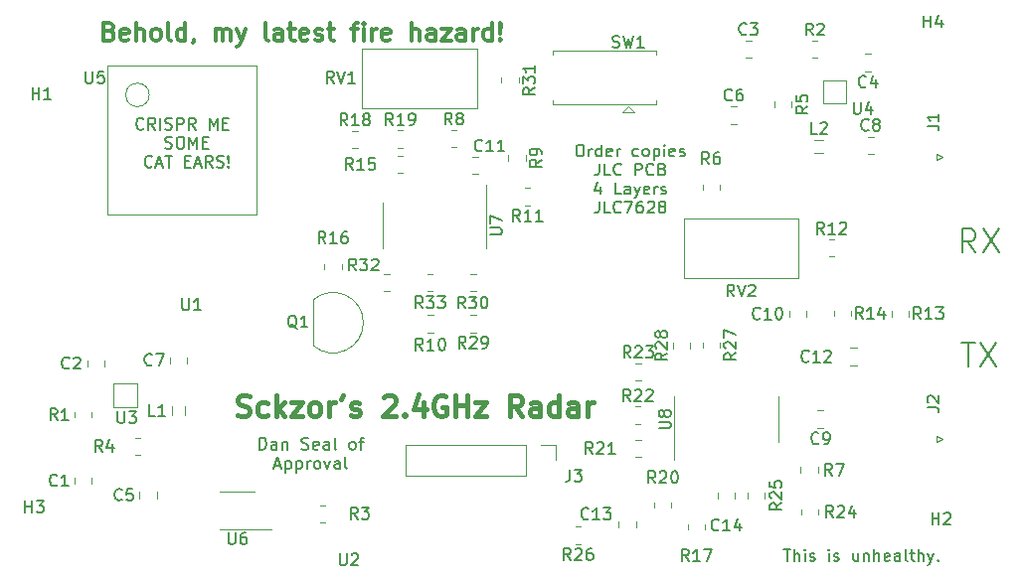
<source format=gbr>
%TF.GenerationSoftware,KiCad,Pcbnew,6.0.7*%
%TF.CreationDate,2022-10-27T22:17:26-04:00*%
%TF.ProjectId,RadarProject,52616461-7250-4726-9f6a-6563742e6b69,rev?*%
%TF.SameCoordinates,Original*%
%TF.FileFunction,Legend,Top*%
%TF.FilePolarity,Positive*%
%FSLAX46Y46*%
G04 Gerber Fmt 4.6, Leading zero omitted, Abs format (unit mm)*
G04 Created by KiCad (PCBNEW 6.0.7) date 2022-10-27 22:17:26*
%MOMM*%
%LPD*%
G01*
G04 APERTURE LIST*
%ADD10C,0.150000*%
%ADD11C,0.300000*%
%ADD12C,0.381000*%
%ADD13C,0.177800*%
%ADD14C,0.120000*%
G04 APERTURE END LIST*
D10*
X67839047Y-31427380D02*
X68029523Y-31427380D01*
X68124761Y-31475000D01*
X68220000Y-31570238D01*
X68267619Y-31760714D01*
X68267619Y-32094047D01*
X68220000Y-32284523D01*
X68124761Y-32379761D01*
X68029523Y-32427380D01*
X67839047Y-32427380D01*
X67743809Y-32379761D01*
X67648571Y-32284523D01*
X67600952Y-32094047D01*
X67600952Y-31760714D01*
X67648571Y-31570238D01*
X67743809Y-31475000D01*
X67839047Y-31427380D01*
X68696190Y-32427380D02*
X68696190Y-31760714D01*
X68696190Y-31951190D02*
X68743809Y-31855952D01*
X68791428Y-31808333D01*
X68886666Y-31760714D01*
X68981904Y-31760714D01*
X69743809Y-32427380D02*
X69743809Y-31427380D01*
X69743809Y-32379761D02*
X69648571Y-32427380D01*
X69458095Y-32427380D01*
X69362857Y-32379761D01*
X69315238Y-32332142D01*
X69267619Y-32236904D01*
X69267619Y-31951190D01*
X69315238Y-31855952D01*
X69362857Y-31808333D01*
X69458095Y-31760714D01*
X69648571Y-31760714D01*
X69743809Y-31808333D01*
X70600952Y-32379761D02*
X70505714Y-32427380D01*
X70315238Y-32427380D01*
X70220000Y-32379761D01*
X70172380Y-32284523D01*
X70172380Y-31903571D01*
X70220000Y-31808333D01*
X70315238Y-31760714D01*
X70505714Y-31760714D01*
X70600952Y-31808333D01*
X70648571Y-31903571D01*
X70648571Y-31998809D01*
X70172380Y-32094047D01*
X71077142Y-32427380D02*
X71077142Y-31760714D01*
X71077142Y-31951190D02*
X71124761Y-31855952D01*
X71172380Y-31808333D01*
X71267619Y-31760714D01*
X71362857Y-31760714D01*
X72886666Y-32379761D02*
X72791428Y-32427380D01*
X72600952Y-32427380D01*
X72505714Y-32379761D01*
X72458095Y-32332142D01*
X72410476Y-32236904D01*
X72410476Y-31951190D01*
X72458095Y-31855952D01*
X72505714Y-31808333D01*
X72600952Y-31760714D01*
X72791428Y-31760714D01*
X72886666Y-31808333D01*
X73458095Y-32427380D02*
X73362857Y-32379761D01*
X73315238Y-32332142D01*
X73267619Y-32236904D01*
X73267619Y-31951190D01*
X73315238Y-31855952D01*
X73362857Y-31808333D01*
X73458095Y-31760714D01*
X73600952Y-31760714D01*
X73696190Y-31808333D01*
X73743809Y-31855952D01*
X73791428Y-31951190D01*
X73791428Y-32236904D01*
X73743809Y-32332142D01*
X73696190Y-32379761D01*
X73600952Y-32427380D01*
X73458095Y-32427380D01*
X74220000Y-31760714D02*
X74220000Y-32760714D01*
X74220000Y-31808333D02*
X74315238Y-31760714D01*
X74505714Y-31760714D01*
X74600952Y-31808333D01*
X74648571Y-31855952D01*
X74696190Y-31951190D01*
X74696190Y-32236904D01*
X74648571Y-32332142D01*
X74600952Y-32379761D01*
X74505714Y-32427380D01*
X74315238Y-32427380D01*
X74220000Y-32379761D01*
X75124761Y-32427380D02*
X75124761Y-31760714D01*
X75124761Y-31427380D02*
X75077142Y-31475000D01*
X75124761Y-31522619D01*
X75172380Y-31475000D01*
X75124761Y-31427380D01*
X75124761Y-31522619D01*
X75981904Y-32379761D02*
X75886666Y-32427380D01*
X75696190Y-32427380D01*
X75600952Y-32379761D01*
X75553333Y-32284523D01*
X75553333Y-31903571D01*
X75600952Y-31808333D01*
X75696190Y-31760714D01*
X75886666Y-31760714D01*
X75981904Y-31808333D01*
X76029523Y-31903571D01*
X76029523Y-31998809D01*
X75553333Y-32094047D01*
X76410476Y-32379761D02*
X76505714Y-32427380D01*
X76696190Y-32427380D01*
X76791428Y-32379761D01*
X76839047Y-32284523D01*
X76839047Y-32236904D01*
X76791428Y-32141666D01*
X76696190Y-32094047D01*
X76553333Y-32094047D01*
X76458095Y-32046428D01*
X76410476Y-31951190D01*
X76410476Y-31903571D01*
X76458095Y-31808333D01*
X76553333Y-31760714D01*
X76696190Y-31760714D01*
X76791428Y-31808333D01*
X69577142Y-33037380D02*
X69577142Y-33751666D01*
X69529523Y-33894523D01*
X69434285Y-33989761D01*
X69291428Y-34037380D01*
X69196190Y-34037380D01*
X70529523Y-34037380D02*
X70053333Y-34037380D01*
X70053333Y-33037380D01*
X71434285Y-33942142D02*
X71386666Y-33989761D01*
X71243809Y-34037380D01*
X71148571Y-34037380D01*
X71005714Y-33989761D01*
X70910476Y-33894523D01*
X70862857Y-33799285D01*
X70815238Y-33608809D01*
X70815238Y-33465952D01*
X70862857Y-33275476D01*
X70910476Y-33180238D01*
X71005714Y-33085000D01*
X71148571Y-33037380D01*
X71243809Y-33037380D01*
X71386666Y-33085000D01*
X71434285Y-33132619D01*
X72624761Y-34037380D02*
X72624761Y-33037380D01*
X73005714Y-33037380D01*
X73100952Y-33085000D01*
X73148571Y-33132619D01*
X73196190Y-33227857D01*
X73196190Y-33370714D01*
X73148571Y-33465952D01*
X73100952Y-33513571D01*
X73005714Y-33561190D01*
X72624761Y-33561190D01*
X74196190Y-33942142D02*
X74148571Y-33989761D01*
X74005714Y-34037380D01*
X73910476Y-34037380D01*
X73767619Y-33989761D01*
X73672380Y-33894523D01*
X73624761Y-33799285D01*
X73577142Y-33608809D01*
X73577142Y-33465952D01*
X73624761Y-33275476D01*
X73672380Y-33180238D01*
X73767619Y-33085000D01*
X73910476Y-33037380D01*
X74005714Y-33037380D01*
X74148571Y-33085000D01*
X74196190Y-33132619D01*
X74958095Y-33513571D02*
X75100952Y-33561190D01*
X75148571Y-33608809D01*
X75196190Y-33704047D01*
X75196190Y-33846904D01*
X75148571Y-33942142D01*
X75100952Y-33989761D01*
X75005714Y-34037380D01*
X74624761Y-34037380D01*
X74624761Y-33037380D01*
X74958095Y-33037380D01*
X75053333Y-33085000D01*
X75100952Y-33132619D01*
X75148571Y-33227857D01*
X75148571Y-33323095D01*
X75100952Y-33418333D01*
X75053333Y-33465952D01*
X74958095Y-33513571D01*
X74624761Y-33513571D01*
X69648571Y-34980714D02*
X69648571Y-35647380D01*
X69410476Y-34599761D02*
X69172380Y-35314047D01*
X69791428Y-35314047D01*
X71410476Y-35647380D02*
X70934285Y-35647380D01*
X70934285Y-34647380D01*
X72172380Y-35647380D02*
X72172380Y-35123571D01*
X72124761Y-35028333D01*
X72029523Y-34980714D01*
X71839047Y-34980714D01*
X71743809Y-35028333D01*
X72172380Y-35599761D02*
X72077142Y-35647380D01*
X71839047Y-35647380D01*
X71743809Y-35599761D01*
X71696190Y-35504523D01*
X71696190Y-35409285D01*
X71743809Y-35314047D01*
X71839047Y-35266428D01*
X72077142Y-35266428D01*
X72172380Y-35218809D01*
X72553333Y-34980714D02*
X72791428Y-35647380D01*
X73029523Y-34980714D02*
X72791428Y-35647380D01*
X72696190Y-35885476D01*
X72648571Y-35933095D01*
X72553333Y-35980714D01*
X73791428Y-35599761D02*
X73696190Y-35647380D01*
X73505714Y-35647380D01*
X73410476Y-35599761D01*
X73362857Y-35504523D01*
X73362857Y-35123571D01*
X73410476Y-35028333D01*
X73505714Y-34980714D01*
X73696190Y-34980714D01*
X73791428Y-35028333D01*
X73839047Y-35123571D01*
X73839047Y-35218809D01*
X73362857Y-35314047D01*
X74267619Y-35647380D02*
X74267619Y-34980714D01*
X74267619Y-35171190D02*
X74315238Y-35075952D01*
X74362857Y-35028333D01*
X74458095Y-34980714D01*
X74553333Y-34980714D01*
X74839047Y-35599761D02*
X74934285Y-35647380D01*
X75124761Y-35647380D01*
X75220000Y-35599761D01*
X75267619Y-35504523D01*
X75267619Y-35456904D01*
X75220000Y-35361666D01*
X75124761Y-35314047D01*
X74981904Y-35314047D01*
X74886666Y-35266428D01*
X74839047Y-35171190D01*
X74839047Y-35123571D01*
X74886666Y-35028333D01*
X74981904Y-34980714D01*
X75124761Y-34980714D01*
X75220000Y-35028333D01*
X69553333Y-36257380D02*
X69553333Y-36971666D01*
X69505714Y-37114523D01*
X69410476Y-37209761D01*
X69267619Y-37257380D01*
X69172380Y-37257380D01*
X70505714Y-37257380D02*
X70029523Y-37257380D01*
X70029523Y-36257380D01*
X71410476Y-37162142D02*
X71362857Y-37209761D01*
X71220000Y-37257380D01*
X71124761Y-37257380D01*
X70981904Y-37209761D01*
X70886666Y-37114523D01*
X70839047Y-37019285D01*
X70791428Y-36828809D01*
X70791428Y-36685952D01*
X70839047Y-36495476D01*
X70886666Y-36400238D01*
X70981904Y-36305000D01*
X71124761Y-36257380D01*
X71220000Y-36257380D01*
X71362857Y-36305000D01*
X71410476Y-36352619D01*
X71743809Y-36257380D02*
X72410476Y-36257380D01*
X71981904Y-37257380D01*
X73220000Y-36257380D02*
X73029523Y-36257380D01*
X72934285Y-36305000D01*
X72886666Y-36352619D01*
X72791428Y-36495476D01*
X72743809Y-36685952D01*
X72743809Y-37066904D01*
X72791428Y-37162142D01*
X72839047Y-37209761D01*
X72934285Y-37257380D01*
X73124761Y-37257380D01*
X73220000Y-37209761D01*
X73267619Y-37162142D01*
X73315238Y-37066904D01*
X73315238Y-36828809D01*
X73267619Y-36733571D01*
X73220000Y-36685952D01*
X73124761Y-36638333D01*
X72934285Y-36638333D01*
X72839047Y-36685952D01*
X72791428Y-36733571D01*
X72743809Y-36828809D01*
X73696190Y-36352619D02*
X73743809Y-36305000D01*
X73839047Y-36257380D01*
X74077142Y-36257380D01*
X74172380Y-36305000D01*
X74220000Y-36352619D01*
X74267619Y-36447857D01*
X74267619Y-36543095D01*
X74220000Y-36685952D01*
X73648571Y-37257380D01*
X74267619Y-37257380D01*
X74839047Y-36685952D02*
X74743809Y-36638333D01*
X74696190Y-36590714D01*
X74648571Y-36495476D01*
X74648571Y-36447857D01*
X74696190Y-36352619D01*
X74743809Y-36305000D01*
X74839047Y-36257380D01*
X75029523Y-36257380D01*
X75124761Y-36305000D01*
X75172380Y-36352619D01*
X75220000Y-36447857D01*
X75220000Y-36495476D01*
X75172380Y-36590714D01*
X75124761Y-36638333D01*
X75029523Y-36685952D01*
X74839047Y-36685952D01*
X74743809Y-36733571D01*
X74696190Y-36781190D01*
X74648571Y-36876428D01*
X74648571Y-37066904D01*
X74696190Y-37162142D01*
X74743809Y-37209761D01*
X74839047Y-37257380D01*
X75029523Y-37257380D01*
X75124761Y-37209761D01*
X75172380Y-37162142D01*
X75220000Y-37066904D01*
X75220000Y-36876428D01*
X75172380Y-36781190D01*
X75124761Y-36733571D01*
X75029523Y-36685952D01*
X85277142Y-65932380D02*
X85848571Y-65932380D01*
X85562857Y-66932380D02*
X85562857Y-65932380D01*
X86181904Y-66932380D02*
X86181904Y-65932380D01*
X86610476Y-66932380D02*
X86610476Y-66408571D01*
X86562857Y-66313333D01*
X86467619Y-66265714D01*
X86324761Y-66265714D01*
X86229523Y-66313333D01*
X86181904Y-66360952D01*
X87086666Y-66932380D02*
X87086666Y-66265714D01*
X87086666Y-65932380D02*
X87039047Y-65980000D01*
X87086666Y-66027619D01*
X87134285Y-65980000D01*
X87086666Y-65932380D01*
X87086666Y-66027619D01*
X87515238Y-66884761D02*
X87610476Y-66932380D01*
X87800952Y-66932380D01*
X87896190Y-66884761D01*
X87943809Y-66789523D01*
X87943809Y-66741904D01*
X87896190Y-66646666D01*
X87800952Y-66599047D01*
X87658095Y-66599047D01*
X87562857Y-66551428D01*
X87515238Y-66456190D01*
X87515238Y-66408571D01*
X87562857Y-66313333D01*
X87658095Y-66265714D01*
X87800952Y-66265714D01*
X87896190Y-66313333D01*
X89134285Y-66932380D02*
X89134285Y-66265714D01*
X89134285Y-65932380D02*
X89086666Y-65980000D01*
X89134285Y-66027619D01*
X89181904Y-65980000D01*
X89134285Y-65932380D01*
X89134285Y-66027619D01*
X89562857Y-66884761D02*
X89658095Y-66932380D01*
X89848571Y-66932380D01*
X89943809Y-66884761D01*
X89991428Y-66789523D01*
X89991428Y-66741904D01*
X89943809Y-66646666D01*
X89848571Y-66599047D01*
X89705714Y-66599047D01*
X89610476Y-66551428D01*
X89562857Y-66456190D01*
X89562857Y-66408571D01*
X89610476Y-66313333D01*
X89705714Y-66265714D01*
X89848571Y-66265714D01*
X89943809Y-66313333D01*
X91610476Y-66265714D02*
X91610476Y-66932380D01*
X91181904Y-66265714D02*
X91181904Y-66789523D01*
X91229523Y-66884761D01*
X91324761Y-66932380D01*
X91467619Y-66932380D01*
X91562857Y-66884761D01*
X91610476Y-66837142D01*
X92086666Y-66265714D02*
X92086666Y-66932380D01*
X92086666Y-66360952D02*
X92134285Y-66313333D01*
X92229523Y-66265714D01*
X92372380Y-66265714D01*
X92467619Y-66313333D01*
X92515238Y-66408571D01*
X92515238Y-66932380D01*
X92991428Y-66932380D02*
X92991428Y-65932380D01*
X93420000Y-66932380D02*
X93420000Y-66408571D01*
X93372380Y-66313333D01*
X93277142Y-66265714D01*
X93134285Y-66265714D01*
X93039047Y-66313333D01*
X92991428Y-66360952D01*
X94277142Y-66884761D02*
X94181904Y-66932380D01*
X93991428Y-66932380D01*
X93896190Y-66884761D01*
X93848571Y-66789523D01*
X93848571Y-66408571D01*
X93896190Y-66313333D01*
X93991428Y-66265714D01*
X94181904Y-66265714D01*
X94277142Y-66313333D01*
X94324761Y-66408571D01*
X94324761Y-66503809D01*
X93848571Y-66599047D01*
X95181904Y-66932380D02*
X95181904Y-66408571D01*
X95134285Y-66313333D01*
X95039047Y-66265714D01*
X94848571Y-66265714D01*
X94753333Y-66313333D01*
X95181904Y-66884761D02*
X95086666Y-66932380D01*
X94848571Y-66932380D01*
X94753333Y-66884761D01*
X94705714Y-66789523D01*
X94705714Y-66694285D01*
X94753333Y-66599047D01*
X94848571Y-66551428D01*
X95086666Y-66551428D01*
X95181904Y-66503809D01*
X95800952Y-66932380D02*
X95705714Y-66884761D01*
X95658095Y-66789523D01*
X95658095Y-65932380D01*
X96039047Y-66265714D02*
X96420000Y-66265714D01*
X96181904Y-65932380D02*
X96181904Y-66789523D01*
X96229523Y-66884761D01*
X96324761Y-66932380D01*
X96420000Y-66932380D01*
X96753333Y-66932380D02*
X96753333Y-65932380D01*
X97181904Y-66932380D02*
X97181904Y-66408571D01*
X97134285Y-66313333D01*
X97039047Y-66265714D01*
X96896190Y-66265714D01*
X96800952Y-66313333D01*
X96753333Y-66360952D01*
X97562857Y-66265714D02*
X97800952Y-66932380D01*
X98039047Y-66265714D02*
X97800952Y-66932380D01*
X97705714Y-67170476D01*
X97658095Y-67218095D01*
X97562857Y-67265714D01*
X98420000Y-66837142D02*
X98467619Y-66884761D01*
X98420000Y-66932380D01*
X98372380Y-66884761D01*
X98420000Y-66837142D01*
X98420000Y-66932380D01*
X30759523Y-30057142D02*
X30711904Y-30104761D01*
X30569047Y-30152380D01*
X30473809Y-30152380D01*
X30330952Y-30104761D01*
X30235714Y-30009523D01*
X30188095Y-29914285D01*
X30140476Y-29723809D01*
X30140476Y-29580952D01*
X30188095Y-29390476D01*
X30235714Y-29295238D01*
X30330952Y-29200000D01*
X30473809Y-29152380D01*
X30569047Y-29152380D01*
X30711904Y-29200000D01*
X30759523Y-29247619D01*
X31759523Y-30152380D02*
X31426190Y-29676190D01*
X31188095Y-30152380D02*
X31188095Y-29152380D01*
X31569047Y-29152380D01*
X31664285Y-29200000D01*
X31711904Y-29247619D01*
X31759523Y-29342857D01*
X31759523Y-29485714D01*
X31711904Y-29580952D01*
X31664285Y-29628571D01*
X31569047Y-29676190D01*
X31188095Y-29676190D01*
X32188095Y-30152380D02*
X32188095Y-29152380D01*
X32616666Y-30104761D02*
X32759523Y-30152380D01*
X32997619Y-30152380D01*
X33092857Y-30104761D01*
X33140476Y-30057142D01*
X33188095Y-29961904D01*
X33188095Y-29866666D01*
X33140476Y-29771428D01*
X33092857Y-29723809D01*
X32997619Y-29676190D01*
X32807142Y-29628571D01*
X32711904Y-29580952D01*
X32664285Y-29533333D01*
X32616666Y-29438095D01*
X32616666Y-29342857D01*
X32664285Y-29247619D01*
X32711904Y-29200000D01*
X32807142Y-29152380D01*
X33045238Y-29152380D01*
X33188095Y-29200000D01*
X33616666Y-30152380D02*
X33616666Y-29152380D01*
X33997619Y-29152380D01*
X34092857Y-29200000D01*
X34140476Y-29247619D01*
X34188095Y-29342857D01*
X34188095Y-29485714D01*
X34140476Y-29580952D01*
X34092857Y-29628571D01*
X33997619Y-29676190D01*
X33616666Y-29676190D01*
X35188095Y-30152380D02*
X34854761Y-29676190D01*
X34616666Y-30152380D02*
X34616666Y-29152380D01*
X34997619Y-29152380D01*
X35092857Y-29200000D01*
X35140476Y-29247619D01*
X35188095Y-29342857D01*
X35188095Y-29485714D01*
X35140476Y-29580952D01*
X35092857Y-29628571D01*
X34997619Y-29676190D01*
X34616666Y-29676190D01*
X36378571Y-30152380D02*
X36378571Y-29152380D01*
X36711904Y-29866666D01*
X37045238Y-29152380D01*
X37045238Y-30152380D01*
X37521428Y-29628571D02*
X37854761Y-29628571D01*
X37997619Y-30152380D02*
X37521428Y-30152380D01*
X37521428Y-29152380D01*
X37997619Y-29152380D01*
X32616666Y-31714761D02*
X32759523Y-31762380D01*
X32997619Y-31762380D01*
X33092857Y-31714761D01*
X33140476Y-31667142D01*
X33188095Y-31571904D01*
X33188095Y-31476666D01*
X33140476Y-31381428D01*
X33092857Y-31333809D01*
X32997619Y-31286190D01*
X32807142Y-31238571D01*
X32711904Y-31190952D01*
X32664285Y-31143333D01*
X32616666Y-31048095D01*
X32616666Y-30952857D01*
X32664285Y-30857619D01*
X32711904Y-30810000D01*
X32807142Y-30762380D01*
X33045238Y-30762380D01*
X33188095Y-30810000D01*
X33807142Y-30762380D02*
X33997619Y-30762380D01*
X34092857Y-30810000D01*
X34188095Y-30905238D01*
X34235714Y-31095714D01*
X34235714Y-31429047D01*
X34188095Y-31619523D01*
X34092857Y-31714761D01*
X33997619Y-31762380D01*
X33807142Y-31762380D01*
X33711904Y-31714761D01*
X33616666Y-31619523D01*
X33569047Y-31429047D01*
X33569047Y-31095714D01*
X33616666Y-30905238D01*
X33711904Y-30810000D01*
X33807142Y-30762380D01*
X34664285Y-31762380D02*
X34664285Y-30762380D01*
X34997619Y-31476666D01*
X35330952Y-30762380D01*
X35330952Y-31762380D01*
X35807142Y-31238571D02*
X36140476Y-31238571D01*
X36283333Y-31762380D02*
X35807142Y-31762380D01*
X35807142Y-30762380D01*
X36283333Y-30762380D01*
X31473809Y-33277142D02*
X31426190Y-33324761D01*
X31283333Y-33372380D01*
X31188095Y-33372380D01*
X31045238Y-33324761D01*
X30950000Y-33229523D01*
X30902380Y-33134285D01*
X30854761Y-32943809D01*
X30854761Y-32800952D01*
X30902380Y-32610476D01*
X30950000Y-32515238D01*
X31045238Y-32420000D01*
X31188095Y-32372380D01*
X31283333Y-32372380D01*
X31426190Y-32420000D01*
X31473809Y-32467619D01*
X31854761Y-33086666D02*
X32330952Y-33086666D01*
X31759523Y-33372380D02*
X32092857Y-32372380D01*
X32426190Y-33372380D01*
X32616666Y-32372380D02*
X33188095Y-32372380D01*
X32902380Y-33372380D02*
X32902380Y-32372380D01*
X34283333Y-32848571D02*
X34616666Y-32848571D01*
X34759523Y-33372380D02*
X34283333Y-33372380D01*
X34283333Y-32372380D01*
X34759523Y-32372380D01*
X35140476Y-33086666D02*
X35616666Y-33086666D01*
X35045238Y-33372380D02*
X35378571Y-32372380D01*
X35711904Y-33372380D01*
X36616666Y-33372380D02*
X36283333Y-32896190D01*
X36045238Y-33372380D02*
X36045238Y-32372380D01*
X36426190Y-32372380D01*
X36521428Y-32420000D01*
X36569047Y-32467619D01*
X36616666Y-32562857D01*
X36616666Y-32705714D01*
X36569047Y-32800952D01*
X36521428Y-32848571D01*
X36426190Y-32896190D01*
X36045238Y-32896190D01*
X36997619Y-33324761D02*
X37140476Y-33372380D01*
X37378571Y-33372380D01*
X37473809Y-33324761D01*
X37521428Y-33277142D01*
X37569047Y-33181904D01*
X37569047Y-33086666D01*
X37521428Y-32991428D01*
X37473809Y-32943809D01*
X37378571Y-32896190D01*
X37188095Y-32848571D01*
X37092857Y-32800952D01*
X37045238Y-32753333D01*
X36997619Y-32658095D01*
X36997619Y-32562857D01*
X37045238Y-32467619D01*
X37092857Y-32420000D01*
X37188095Y-32372380D01*
X37426190Y-32372380D01*
X37569047Y-32420000D01*
X37997619Y-33277142D02*
X38045238Y-33324761D01*
X37997619Y-33372380D01*
X37950000Y-33324761D01*
X37997619Y-33277142D01*
X37997619Y-33372380D01*
X37997619Y-32991428D02*
X37950000Y-32420000D01*
X37997619Y-32372380D01*
X38045238Y-32420000D01*
X37997619Y-32991428D01*
X37997619Y-32372380D01*
D11*
X27867142Y-21752857D02*
X28081428Y-21824285D01*
X28152857Y-21895714D01*
X28224285Y-22038571D01*
X28224285Y-22252857D01*
X28152857Y-22395714D01*
X28081428Y-22467142D01*
X27938571Y-22538571D01*
X27367142Y-22538571D01*
X27367142Y-21038571D01*
X27867142Y-21038571D01*
X28010000Y-21110000D01*
X28081428Y-21181428D01*
X28152857Y-21324285D01*
X28152857Y-21467142D01*
X28081428Y-21610000D01*
X28010000Y-21681428D01*
X27867142Y-21752857D01*
X27367142Y-21752857D01*
X29438571Y-22467142D02*
X29295714Y-22538571D01*
X29010000Y-22538571D01*
X28867142Y-22467142D01*
X28795714Y-22324285D01*
X28795714Y-21752857D01*
X28867142Y-21610000D01*
X29010000Y-21538571D01*
X29295714Y-21538571D01*
X29438571Y-21610000D01*
X29510000Y-21752857D01*
X29510000Y-21895714D01*
X28795714Y-22038571D01*
X30152857Y-22538571D02*
X30152857Y-21038571D01*
X30795714Y-22538571D02*
X30795714Y-21752857D01*
X30724285Y-21610000D01*
X30581428Y-21538571D01*
X30367142Y-21538571D01*
X30224285Y-21610000D01*
X30152857Y-21681428D01*
X31724285Y-22538571D02*
X31581428Y-22467142D01*
X31510000Y-22395714D01*
X31438571Y-22252857D01*
X31438571Y-21824285D01*
X31510000Y-21681428D01*
X31581428Y-21610000D01*
X31724285Y-21538571D01*
X31938571Y-21538571D01*
X32081428Y-21610000D01*
X32152857Y-21681428D01*
X32224285Y-21824285D01*
X32224285Y-22252857D01*
X32152857Y-22395714D01*
X32081428Y-22467142D01*
X31938571Y-22538571D01*
X31724285Y-22538571D01*
X33081428Y-22538571D02*
X32938571Y-22467142D01*
X32867142Y-22324285D01*
X32867142Y-21038571D01*
X34295714Y-22538571D02*
X34295714Y-21038571D01*
X34295714Y-22467142D02*
X34152857Y-22538571D01*
X33867142Y-22538571D01*
X33724285Y-22467142D01*
X33652857Y-22395714D01*
X33581428Y-22252857D01*
X33581428Y-21824285D01*
X33652857Y-21681428D01*
X33724285Y-21610000D01*
X33867142Y-21538571D01*
X34152857Y-21538571D01*
X34295714Y-21610000D01*
X35081428Y-22467142D02*
X35081428Y-22538571D01*
X35010000Y-22681428D01*
X34938571Y-22752857D01*
X36867142Y-22538571D02*
X36867142Y-21538571D01*
X36867142Y-21681428D02*
X36938571Y-21610000D01*
X37081428Y-21538571D01*
X37295714Y-21538571D01*
X37438571Y-21610000D01*
X37510000Y-21752857D01*
X37510000Y-22538571D01*
X37510000Y-21752857D02*
X37581428Y-21610000D01*
X37724285Y-21538571D01*
X37938571Y-21538571D01*
X38081428Y-21610000D01*
X38152857Y-21752857D01*
X38152857Y-22538571D01*
X38724285Y-21538571D02*
X39081428Y-22538571D01*
X39438571Y-21538571D02*
X39081428Y-22538571D01*
X38938571Y-22895714D01*
X38867142Y-22967142D01*
X38724285Y-23038571D01*
X41367142Y-22538571D02*
X41224285Y-22467142D01*
X41152857Y-22324285D01*
X41152857Y-21038571D01*
X42581428Y-22538571D02*
X42581428Y-21752857D01*
X42510000Y-21610000D01*
X42367142Y-21538571D01*
X42081428Y-21538571D01*
X41938571Y-21610000D01*
X42581428Y-22467142D02*
X42438571Y-22538571D01*
X42081428Y-22538571D01*
X41938571Y-22467142D01*
X41867142Y-22324285D01*
X41867142Y-22181428D01*
X41938571Y-22038571D01*
X42081428Y-21967142D01*
X42438571Y-21967142D01*
X42581428Y-21895714D01*
X43081428Y-21538571D02*
X43652857Y-21538571D01*
X43295714Y-21038571D02*
X43295714Y-22324285D01*
X43367142Y-22467142D01*
X43510000Y-22538571D01*
X43652857Y-22538571D01*
X44724285Y-22467142D02*
X44581428Y-22538571D01*
X44295714Y-22538571D01*
X44152857Y-22467142D01*
X44081428Y-22324285D01*
X44081428Y-21752857D01*
X44152857Y-21610000D01*
X44295714Y-21538571D01*
X44581428Y-21538571D01*
X44724285Y-21610000D01*
X44795714Y-21752857D01*
X44795714Y-21895714D01*
X44081428Y-22038571D01*
X45367142Y-22467142D02*
X45510000Y-22538571D01*
X45795714Y-22538571D01*
X45938571Y-22467142D01*
X46010000Y-22324285D01*
X46010000Y-22252857D01*
X45938571Y-22110000D01*
X45795714Y-22038571D01*
X45581428Y-22038571D01*
X45438571Y-21967142D01*
X45367142Y-21824285D01*
X45367142Y-21752857D01*
X45438571Y-21610000D01*
X45581428Y-21538571D01*
X45795714Y-21538571D01*
X45938571Y-21610000D01*
X46438571Y-21538571D02*
X47010000Y-21538571D01*
X46652857Y-21038571D02*
X46652857Y-22324285D01*
X46724285Y-22467142D01*
X46867142Y-22538571D01*
X47010000Y-22538571D01*
X48438571Y-21538571D02*
X49010000Y-21538571D01*
X48652857Y-22538571D02*
X48652857Y-21252857D01*
X48724285Y-21110000D01*
X48867142Y-21038571D01*
X49010000Y-21038571D01*
X49510000Y-22538571D02*
X49510000Y-21538571D01*
X49510000Y-21038571D02*
X49438571Y-21110000D01*
X49510000Y-21181428D01*
X49581428Y-21110000D01*
X49510000Y-21038571D01*
X49510000Y-21181428D01*
X50224285Y-22538571D02*
X50224285Y-21538571D01*
X50224285Y-21824285D02*
X50295714Y-21681428D01*
X50367142Y-21610000D01*
X50510000Y-21538571D01*
X50652857Y-21538571D01*
X51724285Y-22467142D02*
X51581428Y-22538571D01*
X51295714Y-22538571D01*
X51152857Y-22467142D01*
X51081428Y-22324285D01*
X51081428Y-21752857D01*
X51152857Y-21610000D01*
X51295714Y-21538571D01*
X51581428Y-21538571D01*
X51724285Y-21610000D01*
X51795714Y-21752857D01*
X51795714Y-21895714D01*
X51081428Y-22038571D01*
X53581428Y-22538571D02*
X53581428Y-21038571D01*
X54224285Y-22538571D02*
X54224285Y-21752857D01*
X54152857Y-21610000D01*
X54010000Y-21538571D01*
X53795714Y-21538571D01*
X53652857Y-21610000D01*
X53581428Y-21681428D01*
X55581428Y-22538571D02*
X55581428Y-21752857D01*
X55510000Y-21610000D01*
X55367142Y-21538571D01*
X55081428Y-21538571D01*
X54938571Y-21610000D01*
X55581428Y-22467142D02*
X55438571Y-22538571D01*
X55081428Y-22538571D01*
X54938571Y-22467142D01*
X54867142Y-22324285D01*
X54867142Y-22181428D01*
X54938571Y-22038571D01*
X55081428Y-21967142D01*
X55438571Y-21967142D01*
X55581428Y-21895714D01*
X56152857Y-21538571D02*
X56938571Y-21538571D01*
X56152857Y-22538571D01*
X56938571Y-22538571D01*
X58152857Y-22538571D02*
X58152857Y-21752857D01*
X58081428Y-21610000D01*
X57938571Y-21538571D01*
X57652857Y-21538571D01*
X57510000Y-21610000D01*
X58152857Y-22467142D02*
X58010000Y-22538571D01*
X57652857Y-22538571D01*
X57510000Y-22467142D01*
X57438571Y-22324285D01*
X57438571Y-22181428D01*
X57510000Y-22038571D01*
X57652857Y-21967142D01*
X58010000Y-21967142D01*
X58152857Y-21895714D01*
X58867142Y-22538571D02*
X58867142Y-21538571D01*
X58867142Y-21824285D02*
X58938571Y-21681428D01*
X59010000Y-21610000D01*
X59152857Y-21538571D01*
X59295714Y-21538571D01*
X60438571Y-22538571D02*
X60438571Y-21038571D01*
X60438571Y-22467142D02*
X60295714Y-22538571D01*
X60010000Y-22538571D01*
X59867142Y-22467142D01*
X59795714Y-22395714D01*
X59724285Y-22252857D01*
X59724285Y-21824285D01*
X59795714Y-21681428D01*
X59867142Y-21610000D01*
X60010000Y-21538571D01*
X60295714Y-21538571D01*
X60438571Y-21610000D01*
X61152857Y-22395714D02*
X61224285Y-22467142D01*
X61152857Y-22538571D01*
X61081428Y-22467142D01*
X61152857Y-22395714D01*
X61152857Y-22538571D01*
X61152857Y-21967142D02*
X61081428Y-21110000D01*
X61152857Y-21038571D01*
X61224285Y-21110000D01*
X61152857Y-21967142D01*
X61152857Y-21038571D01*
D12*
X38749333Y-54499666D02*
X39003333Y-54584333D01*
X39426666Y-54584333D01*
X39596000Y-54499666D01*
X39680666Y-54415000D01*
X39765333Y-54245666D01*
X39765333Y-54076333D01*
X39680666Y-53907000D01*
X39596000Y-53822333D01*
X39426666Y-53737666D01*
X39088000Y-53653000D01*
X38918666Y-53568333D01*
X38834000Y-53483666D01*
X38749333Y-53314333D01*
X38749333Y-53145000D01*
X38834000Y-52975666D01*
X38918666Y-52891000D01*
X39088000Y-52806333D01*
X39511333Y-52806333D01*
X39765333Y-52891000D01*
X41289333Y-54499666D02*
X41120000Y-54584333D01*
X40781333Y-54584333D01*
X40612000Y-54499666D01*
X40527333Y-54415000D01*
X40442666Y-54245666D01*
X40442666Y-53737666D01*
X40527333Y-53568333D01*
X40612000Y-53483666D01*
X40781333Y-53399000D01*
X41120000Y-53399000D01*
X41289333Y-53483666D01*
X42051333Y-54584333D02*
X42051333Y-52806333D01*
X42220666Y-53907000D02*
X42728666Y-54584333D01*
X42728666Y-53399000D02*
X42051333Y-54076333D01*
X43321333Y-53399000D02*
X44252666Y-53399000D01*
X43321333Y-54584333D01*
X44252666Y-54584333D01*
X45184000Y-54584333D02*
X45014666Y-54499666D01*
X44930000Y-54415000D01*
X44845333Y-54245666D01*
X44845333Y-53737666D01*
X44930000Y-53568333D01*
X45014666Y-53483666D01*
X45184000Y-53399000D01*
X45438000Y-53399000D01*
X45607333Y-53483666D01*
X45692000Y-53568333D01*
X45776666Y-53737666D01*
X45776666Y-54245666D01*
X45692000Y-54415000D01*
X45607333Y-54499666D01*
X45438000Y-54584333D01*
X45184000Y-54584333D01*
X46538666Y-54584333D02*
X46538666Y-53399000D01*
X46538666Y-53737666D02*
X46623333Y-53568333D01*
X46708000Y-53483666D01*
X46877333Y-53399000D01*
X47046666Y-53399000D01*
X47724000Y-52806333D02*
X47554666Y-53145000D01*
X48401333Y-54499666D02*
X48570666Y-54584333D01*
X48909333Y-54584333D01*
X49078666Y-54499666D01*
X49163333Y-54330333D01*
X49163333Y-54245666D01*
X49078666Y-54076333D01*
X48909333Y-53991666D01*
X48655333Y-53991666D01*
X48486000Y-53907000D01*
X48401333Y-53737666D01*
X48401333Y-53653000D01*
X48486000Y-53483666D01*
X48655333Y-53399000D01*
X48909333Y-53399000D01*
X49078666Y-53483666D01*
X51195333Y-52975666D02*
X51280000Y-52891000D01*
X51449333Y-52806333D01*
X51872666Y-52806333D01*
X52042000Y-52891000D01*
X52126666Y-52975666D01*
X52211333Y-53145000D01*
X52211333Y-53314333D01*
X52126666Y-53568333D01*
X51110666Y-54584333D01*
X52211333Y-54584333D01*
X52973333Y-54415000D02*
X53058000Y-54499666D01*
X52973333Y-54584333D01*
X52888666Y-54499666D01*
X52973333Y-54415000D01*
X52973333Y-54584333D01*
X54582000Y-53399000D02*
X54582000Y-54584333D01*
X54158666Y-52721666D02*
X53735333Y-53991666D01*
X54836000Y-53991666D01*
X56444666Y-52891000D02*
X56275333Y-52806333D01*
X56021333Y-52806333D01*
X55767333Y-52891000D01*
X55598000Y-53060333D01*
X55513333Y-53229666D01*
X55428666Y-53568333D01*
X55428666Y-53822333D01*
X55513333Y-54161000D01*
X55598000Y-54330333D01*
X55767333Y-54499666D01*
X56021333Y-54584333D01*
X56190666Y-54584333D01*
X56444666Y-54499666D01*
X56529333Y-54415000D01*
X56529333Y-53822333D01*
X56190666Y-53822333D01*
X57291333Y-54584333D02*
X57291333Y-52806333D01*
X57291333Y-53653000D02*
X58307333Y-53653000D01*
X58307333Y-54584333D02*
X58307333Y-52806333D01*
X58984666Y-53399000D02*
X59916000Y-53399000D01*
X58984666Y-54584333D01*
X59916000Y-54584333D01*
X62964000Y-54584333D02*
X62371333Y-53737666D01*
X61948000Y-54584333D02*
X61948000Y-52806333D01*
X62625333Y-52806333D01*
X62794666Y-52891000D01*
X62879333Y-52975666D01*
X62964000Y-53145000D01*
X62964000Y-53399000D01*
X62879333Y-53568333D01*
X62794666Y-53653000D01*
X62625333Y-53737666D01*
X61948000Y-53737666D01*
X64488000Y-54584333D02*
X64488000Y-53653000D01*
X64403333Y-53483666D01*
X64234000Y-53399000D01*
X63895333Y-53399000D01*
X63726000Y-53483666D01*
X64488000Y-54499666D02*
X64318666Y-54584333D01*
X63895333Y-54584333D01*
X63726000Y-54499666D01*
X63641333Y-54330333D01*
X63641333Y-54161000D01*
X63726000Y-53991666D01*
X63895333Y-53907000D01*
X64318666Y-53907000D01*
X64488000Y-53822333D01*
X66096666Y-54584333D02*
X66096666Y-52806333D01*
X66096666Y-54499666D02*
X65927333Y-54584333D01*
X65588666Y-54584333D01*
X65419333Y-54499666D01*
X65334666Y-54415000D01*
X65250000Y-54245666D01*
X65250000Y-53737666D01*
X65334666Y-53568333D01*
X65419333Y-53483666D01*
X65588666Y-53399000D01*
X65927333Y-53399000D01*
X66096666Y-53483666D01*
X67705333Y-54584333D02*
X67705333Y-53653000D01*
X67620666Y-53483666D01*
X67451333Y-53399000D01*
X67112666Y-53399000D01*
X66943333Y-53483666D01*
X67705333Y-54499666D02*
X67536000Y-54584333D01*
X67112666Y-54584333D01*
X66943333Y-54499666D01*
X66858666Y-54330333D01*
X66858666Y-54161000D01*
X66943333Y-53991666D01*
X67112666Y-53907000D01*
X67536000Y-53907000D01*
X67705333Y-53822333D01*
X68552000Y-54584333D02*
X68552000Y-53399000D01*
X68552000Y-53737666D02*
X68636666Y-53568333D01*
X68721333Y-53483666D01*
X68890666Y-53399000D01*
X69060000Y-53399000D01*
D10*
X100416190Y-48344761D02*
X101559047Y-48344761D01*
X100987619Y-50344761D02*
X100987619Y-48344761D01*
X102035238Y-48344761D02*
X103368571Y-50344761D01*
X103368571Y-48344761D02*
X102035238Y-50344761D01*
X101606666Y-40604761D02*
X100940000Y-39652380D01*
X100463809Y-40604761D02*
X100463809Y-38604761D01*
X101225714Y-38604761D01*
X101416190Y-38700000D01*
X101511428Y-38795238D01*
X101606666Y-38985714D01*
X101606666Y-39271428D01*
X101511428Y-39461904D01*
X101416190Y-39557142D01*
X101225714Y-39652380D01*
X100463809Y-39652380D01*
X102273333Y-38604761D02*
X103606666Y-40604761D01*
X103606666Y-38604761D02*
X102273333Y-40604761D01*
D13*
X40645714Y-57431739D02*
X40645714Y-56415739D01*
X40887619Y-56415739D01*
X41032761Y-56464120D01*
X41129523Y-56560881D01*
X41177904Y-56657643D01*
X41226285Y-56851167D01*
X41226285Y-56996310D01*
X41177904Y-57189834D01*
X41129523Y-57286596D01*
X41032761Y-57383358D01*
X40887619Y-57431739D01*
X40645714Y-57431739D01*
X42097142Y-57431739D02*
X42097142Y-56899548D01*
X42048761Y-56802786D01*
X41952000Y-56754405D01*
X41758476Y-56754405D01*
X41661714Y-56802786D01*
X42097142Y-57383358D02*
X42000380Y-57431739D01*
X41758476Y-57431739D01*
X41661714Y-57383358D01*
X41613333Y-57286596D01*
X41613333Y-57189834D01*
X41661714Y-57093072D01*
X41758476Y-57044691D01*
X42000380Y-57044691D01*
X42097142Y-56996310D01*
X42580952Y-56754405D02*
X42580952Y-57431739D01*
X42580952Y-56851167D02*
X42629333Y-56802786D01*
X42726095Y-56754405D01*
X42871238Y-56754405D01*
X42968000Y-56802786D01*
X43016380Y-56899548D01*
X43016380Y-57431739D01*
X44225904Y-57383358D02*
X44371047Y-57431739D01*
X44612952Y-57431739D01*
X44709714Y-57383358D01*
X44758095Y-57334977D01*
X44806476Y-57238215D01*
X44806476Y-57141453D01*
X44758095Y-57044691D01*
X44709714Y-56996310D01*
X44612952Y-56947929D01*
X44419428Y-56899548D01*
X44322666Y-56851167D01*
X44274285Y-56802786D01*
X44225904Y-56706024D01*
X44225904Y-56609262D01*
X44274285Y-56512500D01*
X44322666Y-56464120D01*
X44419428Y-56415739D01*
X44661333Y-56415739D01*
X44806476Y-56464120D01*
X45628952Y-57383358D02*
X45532190Y-57431739D01*
X45338666Y-57431739D01*
X45241904Y-57383358D01*
X45193523Y-57286596D01*
X45193523Y-56899548D01*
X45241904Y-56802786D01*
X45338666Y-56754405D01*
X45532190Y-56754405D01*
X45628952Y-56802786D01*
X45677333Y-56899548D01*
X45677333Y-56996310D01*
X45193523Y-57093072D01*
X46548190Y-57431739D02*
X46548190Y-56899548D01*
X46499809Y-56802786D01*
X46403047Y-56754405D01*
X46209523Y-56754405D01*
X46112761Y-56802786D01*
X46548190Y-57383358D02*
X46451428Y-57431739D01*
X46209523Y-57431739D01*
X46112761Y-57383358D01*
X46064380Y-57286596D01*
X46064380Y-57189834D01*
X46112761Y-57093072D01*
X46209523Y-57044691D01*
X46451428Y-57044691D01*
X46548190Y-56996310D01*
X47177142Y-57431739D02*
X47080380Y-57383358D01*
X47032000Y-57286596D01*
X47032000Y-56415739D01*
X48483428Y-57431739D02*
X48386666Y-57383358D01*
X48338285Y-57334977D01*
X48289904Y-57238215D01*
X48289904Y-56947929D01*
X48338285Y-56851167D01*
X48386666Y-56802786D01*
X48483428Y-56754405D01*
X48628571Y-56754405D01*
X48725333Y-56802786D01*
X48773714Y-56851167D01*
X48822095Y-56947929D01*
X48822095Y-57238215D01*
X48773714Y-57334977D01*
X48725333Y-57383358D01*
X48628571Y-57431739D01*
X48483428Y-57431739D01*
X49112380Y-56754405D02*
X49499428Y-56754405D01*
X49257523Y-57431739D02*
X49257523Y-56560881D01*
X49305904Y-56464120D01*
X49402666Y-56415739D01*
X49499428Y-56415739D01*
X41952000Y-58777213D02*
X42435809Y-58777213D01*
X41855238Y-59067499D02*
X42193904Y-58051499D01*
X42532571Y-59067499D01*
X42871238Y-58390165D02*
X42871238Y-59406165D01*
X42871238Y-58438546D02*
X42968000Y-58390165D01*
X43161523Y-58390165D01*
X43258285Y-58438546D01*
X43306666Y-58486927D01*
X43355047Y-58583689D01*
X43355047Y-58873975D01*
X43306666Y-58970737D01*
X43258285Y-59019118D01*
X43161523Y-59067499D01*
X42968000Y-59067499D01*
X42871238Y-59019118D01*
X43790476Y-58390165D02*
X43790476Y-59406165D01*
X43790476Y-58438546D02*
X43887238Y-58390165D01*
X44080761Y-58390165D01*
X44177523Y-58438546D01*
X44225904Y-58486927D01*
X44274285Y-58583689D01*
X44274285Y-58873975D01*
X44225904Y-58970737D01*
X44177523Y-59019118D01*
X44080761Y-59067499D01*
X43887238Y-59067499D01*
X43790476Y-59019118D01*
X44709714Y-59067499D02*
X44709714Y-58390165D01*
X44709714Y-58583689D02*
X44758095Y-58486927D01*
X44806476Y-58438546D01*
X44903238Y-58390165D01*
X45000000Y-58390165D01*
X45483809Y-59067499D02*
X45387047Y-59019118D01*
X45338666Y-58970737D01*
X45290285Y-58873975D01*
X45290285Y-58583689D01*
X45338666Y-58486927D01*
X45387047Y-58438546D01*
X45483809Y-58390165D01*
X45628952Y-58390165D01*
X45725714Y-58438546D01*
X45774095Y-58486927D01*
X45822476Y-58583689D01*
X45822476Y-58873975D01*
X45774095Y-58970737D01*
X45725714Y-59019118D01*
X45628952Y-59067499D01*
X45483809Y-59067499D01*
X46161142Y-58390165D02*
X46403047Y-59067499D01*
X46644952Y-58390165D01*
X47467428Y-59067499D02*
X47467428Y-58535308D01*
X47419047Y-58438546D01*
X47322285Y-58390165D01*
X47128761Y-58390165D01*
X47032000Y-58438546D01*
X47467428Y-59019118D02*
X47370666Y-59067499D01*
X47128761Y-59067499D01*
X47032000Y-59019118D01*
X46983619Y-58922356D01*
X46983619Y-58825594D01*
X47032000Y-58728832D01*
X47128761Y-58680451D01*
X47370666Y-58680451D01*
X47467428Y-58632070D01*
X48096380Y-59067499D02*
X47999619Y-59019118D01*
X47951238Y-58922356D01*
X47951238Y-58051499D01*
D10*
%TO.C,C11*%
X59589642Y-31914642D02*
X59542023Y-31962261D01*
X59399166Y-32009880D01*
X59303928Y-32009880D01*
X59161071Y-31962261D01*
X59065833Y-31867023D01*
X59018214Y-31771785D01*
X58970595Y-31581309D01*
X58970595Y-31438452D01*
X59018214Y-31247976D01*
X59065833Y-31152738D01*
X59161071Y-31057500D01*
X59303928Y-31009880D01*
X59399166Y-31009880D01*
X59542023Y-31057500D01*
X59589642Y-31105119D01*
X60542023Y-32009880D02*
X59970595Y-32009880D01*
X60256309Y-32009880D02*
X60256309Y-31009880D01*
X60161071Y-31152738D01*
X60065833Y-31247976D01*
X59970595Y-31295595D01*
X61494404Y-32009880D02*
X60922976Y-32009880D01*
X61208690Y-32009880D02*
X61208690Y-31009880D01*
X61113452Y-31152738D01*
X61018214Y-31247976D01*
X60922976Y-31295595D01*
%TO.C,U6*%
X37988095Y-64492380D02*
X37988095Y-65301904D01*
X38035714Y-65397142D01*
X38083333Y-65444761D01*
X38178571Y-65492380D01*
X38369047Y-65492380D01*
X38464285Y-65444761D01*
X38511904Y-65397142D01*
X38559523Y-65301904D01*
X38559523Y-64492380D01*
X39464285Y-64492380D02*
X39273809Y-64492380D01*
X39178571Y-64540000D01*
X39130952Y-64587619D01*
X39035714Y-64730476D01*
X38988095Y-64920952D01*
X38988095Y-65301904D01*
X39035714Y-65397142D01*
X39083333Y-65444761D01*
X39178571Y-65492380D01*
X39369047Y-65492380D01*
X39464285Y-65444761D01*
X39511904Y-65397142D01*
X39559523Y-65301904D01*
X39559523Y-65063809D01*
X39511904Y-64968571D01*
X39464285Y-64920952D01*
X39369047Y-64873333D01*
X39178571Y-64873333D01*
X39083333Y-64920952D01*
X39035714Y-64968571D01*
X38988095Y-65063809D01*
%TO.C,U8*%
X74652380Y-55629404D02*
X75461904Y-55629404D01*
X75557142Y-55581785D01*
X75604761Y-55534166D01*
X75652380Y-55438928D01*
X75652380Y-55248452D01*
X75604761Y-55153214D01*
X75557142Y-55105595D01*
X75461904Y-55057976D01*
X74652380Y-55057976D01*
X75080952Y-54438928D02*
X75033333Y-54534166D01*
X74985714Y-54581785D01*
X74890476Y-54629404D01*
X74842857Y-54629404D01*
X74747619Y-54581785D01*
X74700000Y-54534166D01*
X74652380Y-54438928D01*
X74652380Y-54248452D01*
X74700000Y-54153214D01*
X74747619Y-54105595D01*
X74842857Y-54057976D01*
X74890476Y-54057976D01*
X74985714Y-54105595D01*
X75033333Y-54153214D01*
X75080952Y-54248452D01*
X75080952Y-54438928D01*
X75128571Y-54534166D01*
X75176190Y-54581785D01*
X75271428Y-54629404D01*
X75461904Y-54629404D01*
X75557142Y-54581785D01*
X75604761Y-54534166D01*
X75652380Y-54438928D01*
X75652380Y-54248452D01*
X75604761Y-54153214D01*
X75557142Y-54105595D01*
X75461904Y-54057976D01*
X75271428Y-54057976D01*
X75176190Y-54105595D01*
X75128571Y-54153214D01*
X75080952Y-54248452D01*
%TO.C,R10*%
X54539642Y-48959880D02*
X54206309Y-48483690D01*
X53968214Y-48959880D02*
X53968214Y-47959880D01*
X54349166Y-47959880D01*
X54444404Y-48007500D01*
X54492023Y-48055119D01*
X54539642Y-48150357D01*
X54539642Y-48293214D01*
X54492023Y-48388452D01*
X54444404Y-48436071D01*
X54349166Y-48483690D01*
X53968214Y-48483690D01*
X55492023Y-48959880D02*
X54920595Y-48959880D01*
X55206309Y-48959880D02*
X55206309Y-47959880D01*
X55111071Y-48102738D01*
X55015833Y-48197976D01*
X54920595Y-48245595D01*
X56111071Y-47959880D02*
X56206309Y-47959880D01*
X56301547Y-48007500D01*
X56349166Y-48055119D01*
X56396785Y-48150357D01*
X56444404Y-48340833D01*
X56444404Y-48578928D01*
X56396785Y-48769404D01*
X56349166Y-48864642D01*
X56301547Y-48912261D01*
X56206309Y-48959880D01*
X56111071Y-48959880D01*
X56015833Y-48912261D01*
X55968214Y-48864642D01*
X55920595Y-48769404D01*
X55872976Y-48578928D01*
X55872976Y-48340833D01*
X55920595Y-48150357D01*
X55968214Y-48055119D01*
X56015833Y-48007500D01*
X56111071Y-47959880D01*
%TO.C,H4*%
X97228095Y-21422380D02*
X97228095Y-20422380D01*
X97228095Y-20898571D02*
X97799523Y-20898571D01*
X97799523Y-21422380D02*
X97799523Y-20422380D01*
X98704285Y-20755714D02*
X98704285Y-21422380D01*
X98466190Y-20374761D02*
X98228095Y-21089047D01*
X98847142Y-21089047D01*
%TO.C,R31*%
X64072380Y-26582857D02*
X63596190Y-26916190D01*
X64072380Y-27154285D02*
X63072380Y-27154285D01*
X63072380Y-26773333D01*
X63120000Y-26678095D01*
X63167619Y-26630476D01*
X63262857Y-26582857D01*
X63405714Y-26582857D01*
X63500952Y-26630476D01*
X63548571Y-26678095D01*
X63596190Y-26773333D01*
X63596190Y-27154285D01*
X63072380Y-26249523D02*
X63072380Y-25630476D01*
X63453333Y-25963809D01*
X63453333Y-25820952D01*
X63500952Y-25725714D01*
X63548571Y-25678095D01*
X63643809Y-25630476D01*
X63881904Y-25630476D01*
X63977142Y-25678095D01*
X64024761Y-25725714D01*
X64072380Y-25820952D01*
X64072380Y-26106666D01*
X64024761Y-26201904D01*
X63977142Y-26249523D01*
X64072380Y-24678095D02*
X64072380Y-25249523D01*
X64072380Y-24963809D02*
X63072380Y-24963809D01*
X63215238Y-25059047D01*
X63310476Y-25154285D01*
X63358095Y-25249523D01*
%TO.C,C4*%
X92283333Y-26467142D02*
X92235714Y-26514761D01*
X92092857Y-26562380D01*
X91997619Y-26562380D01*
X91854761Y-26514761D01*
X91759523Y-26419523D01*
X91711904Y-26324285D01*
X91664285Y-26133809D01*
X91664285Y-25990952D01*
X91711904Y-25800476D01*
X91759523Y-25705238D01*
X91854761Y-25610000D01*
X91997619Y-25562380D01*
X92092857Y-25562380D01*
X92235714Y-25610000D01*
X92283333Y-25657619D01*
X93140476Y-25895714D02*
X93140476Y-26562380D01*
X92902380Y-25514761D02*
X92664285Y-26229047D01*
X93283333Y-26229047D01*
%TO.C,R11*%
X62819642Y-37969880D02*
X62486309Y-37493690D01*
X62248214Y-37969880D02*
X62248214Y-36969880D01*
X62629166Y-36969880D01*
X62724404Y-37017500D01*
X62772023Y-37065119D01*
X62819642Y-37160357D01*
X62819642Y-37303214D01*
X62772023Y-37398452D01*
X62724404Y-37446071D01*
X62629166Y-37493690D01*
X62248214Y-37493690D01*
X63772023Y-37969880D02*
X63200595Y-37969880D01*
X63486309Y-37969880D02*
X63486309Y-36969880D01*
X63391071Y-37112738D01*
X63295833Y-37207976D01*
X63200595Y-37255595D01*
X64724404Y-37969880D02*
X64152976Y-37969880D01*
X64438690Y-37969880D02*
X64438690Y-36969880D01*
X64343452Y-37112738D01*
X64248214Y-37207976D01*
X64152976Y-37255595D01*
%TO.C,R30*%
X58139642Y-45379880D02*
X57806309Y-44903690D01*
X57568214Y-45379880D02*
X57568214Y-44379880D01*
X57949166Y-44379880D01*
X58044404Y-44427500D01*
X58092023Y-44475119D01*
X58139642Y-44570357D01*
X58139642Y-44713214D01*
X58092023Y-44808452D01*
X58044404Y-44856071D01*
X57949166Y-44903690D01*
X57568214Y-44903690D01*
X58472976Y-44379880D02*
X59092023Y-44379880D01*
X58758690Y-44760833D01*
X58901547Y-44760833D01*
X58996785Y-44808452D01*
X59044404Y-44856071D01*
X59092023Y-44951309D01*
X59092023Y-45189404D01*
X59044404Y-45284642D01*
X58996785Y-45332261D01*
X58901547Y-45379880D01*
X58615833Y-45379880D01*
X58520595Y-45332261D01*
X58472976Y-45284642D01*
X59711071Y-44379880D02*
X59806309Y-44379880D01*
X59901547Y-44427500D01*
X59949166Y-44475119D01*
X59996785Y-44570357D01*
X60044404Y-44760833D01*
X60044404Y-44998928D01*
X59996785Y-45189404D01*
X59949166Y-45284642D01*
X59901547Y-45332261D01*
X59806309Y-45379880D01*
X59711071Y-45379880D01*
X59615833Y-45332261D01*
X59568214Y-45284642D01*
X59520595Y-45189404D01*
X59472976Y-44998928D01*
X59472976Y-44760833D01*
X59520595Y-44570357D01*
X59568214Y-44475119D01*
X59615833Y-44427500D01*
X59711071Y-44379880D01*
%TO.C,R26*%
X67137142Y-66839880D02*
X66803809Y-66363690D01*
X66565714Y-66839880D02*
X66565714Y-65839880D01*
X66946666Y-65839880D01*
X67041904Y-65887500D01*
X67089523Y-65935119D01*
X67137142Y-66030357D01*
X67137142Y-66173214D01*
X67089523Y-66268452D01*
X67041904Y-66316071D01*
X66946666Y-66363690D01*
X66565714Y-66363690D01*
X67518095Y-65935119D02*
X67565714Y-65887500D01*
X67660952Y-65839880D01*
X67899047Y-65839880D01*
X67994285Y-65887500D01*
X68041904Y-65935119D01*
X68089523Y-66030357D01*
X68089523Y-66125595D01*
X68041904Y-66268452D01*
X67470476Y-66839880D01*
X68089523Y-66839880D01*
X68946666Y-65839880D02*
X68756190Y-65839880D01*
X68660952Y-65887500D01*
X68613333Y-65935119D01*
X68518095Y-66077976D01*
X68470476Y-66268452D01*
X68470476Y-66649404D01*
X68518095Y-66744642D01*
X68565714Y-66792261D01*
X68660952Y-66839880D01*
X68851428Y-66839880D01*
X68946666Y-66792261D01*
X68994285Y-66744642D01*
X69041904Y-66649404D01*
X69041904Y-66411309D01*
X68994285Y-66316071D01*
X68946666Y-66268452D01*
X68851428Y-66220833D01*
X68660952Y-66220833D01*
X68565714Y-66268452D01*
X68518095Y-66316071D01*
X68470476Y-66411309D01*
%TO.C,C2*%
X24433333Y-50457142D02*
X24385714Y-50504761D01*
X24242857Y-50552380D01*
X24147619Y-50552380D01*
X24004761Y-50504761D01*
X23909523Y-50409523D01*
X23861904Y-50314285D01*
X23814285Y-50123809D01*
X23814285Y-49980952D01*
X23861904Y-49790476D01*
X23909523Y-49695238D01*
X24004761Y-49600000D01*
X24147619Y-49552380D01*
X24242857Y-49552380D01*
X24385714Y-49600000D01*
X24433333Y-49647619D01*
X24814285Y-49647619D02*
X24861904Y-49600000D01*
X24957142Y-49552380D01*
X25195238Y-49552380D01*
X25290476Y-49600000D01*
X25338095Y-49647619D01*
X25385714Y-49742857D01*
X25385714Y-49838095D01*
X25338095Y-49980952D01*
X24766666Y-50552380D01*
X25385714Y-50552380D01*
%TO.C,R29*%
X58189642Y-48789880D02*
X57856309Y-48313690D01*
X57618214Y-48789880D02*
X57618214Y-47789880D01*
X57999166Y-47789880D01*
X58094404Y-47837500D01*
X58142023Y-47885119D01*
X58189642Y-47980357D01*
X58189642Y-48123214D01*
X58142023Y-48218452D01*
X58094404Y-48266071D01*
X57999166Y-48313690D01*
X57618214Y-48313690D01*
X58570595Y-47885119D02*
X58618214Y-47837500D01*
X58713452Y-47789880D01*
X58951547Y-47789880D01*
X59046785Y-47837500D01*
X59094404Y-47885119D01*
X59142023Y-47980357D01*
X59142023Y-48075595D01*
X59094404Y-48218452D01*
X58522976Y-48789880D01*
X59142023Y-48789880D01*
X59618214Y-48789880D02*
X59808690Y-48789880D01*
X59903928Y-48742261D01*
X59951547Y-48694642D01*
X60046785Y-48551785D01*
X60094404Y-48361309D01*
X60094404Y-47980357D01*
X60046785Y-47885119D01*
X59999166Y-47837500D01*
X59903928Y-47789880D01*
X59713452Y-47789880D01*
X59618214Y-47837500D01*
X59570595Y-47885119D01*
X59522976Y-47980357D01*
X59522976Y-48218452D01*
X59570595Y-48313690D01*
X59618214Y-48361309D01*
X59713452Y-48408928D01*
X59903928Y-48408928D01*
X59999166Y-48361309D01*
X60046785Y-48313690D01*
X60094404Y-48218452D01*
%TO.C,R9*%
X64654880Y-32714166D02*
X64178690Y-33047500D01*
X64654880Y-33285595D02*
X63654880Y-33285595D01*
X63654880Y-32904642D01*
X63702500Y-32809404D01*
X63750119Y-32761785D01*
X63845357Y-32714166D01*
X63988214Y-32714166D01*
X64083452Y-32761785D01*
X64131071Y-32809404D01*
X64178690Y-32904642D01*
X64178690Y-33285595D01*
X64654880Y-32237976D02*
X64654880Y-32047500D01*
X64607261Y-31952261D01*
X64559642Y-31904642D01*
X64416785Y-31809404D01*
X64226309Y-31761785D01*
X63845357Y-31761785D01*
X63750119Y-31809404D01*
X63702500Y-31857023D01*
X63654880Y-31952261D01*
X63654880Y-32142738D01*
X63702500Y-32237976D01*
X63750119Y-32285595D01*
X63845357Y-32333214D01*
X64083452Y-32333214D01*
X64178690Y-32285595D01*
X64226309Y-32237976D01*
X64273928Y-32142738D01*
X64273928Y-31952261D01*
X64226309Y-31857023D01*
X64178690Y-31809404D01*
X64083452Y-31761785D01*
%TO.C,R6*%
X78913333Y-33082380D02*
X78580000Y-32606190D01*
X78341904Y-33082380D02*
X78341904Y-32082380D01*
X78722857Y-32082380D01*
X78818095Y-32130000D01*
X78865714Y-32177619D01*
X78913333Y-32272857D01*
X78913333Y-32415714D01*
X78865714Y-32510952D01*
X78818095Y-32558571D01*
X78722857Y-32606190D01*
X78341904Y-32606190D01*
X79770476Y-32082380D02*
X79580000Y-32082380D01*
X79484761Y-32130000D01*
X79437142Y-32177619D01*
X79341904Y-32320476D01*
X79294285Y-32510952D01*
X79294285Y-32891904D01*
X79341904Y-32987142D01*
X79389523Y-33034761D01*
X79484761Y-33082380D01*
X79675238Y-33082380D01*
X79770476Y-33034761D01*
X79818095Y-32987142D01*
X79865714Y-32891904D01*
X79865714Y-32653809D01*
X79818095Y-32558571D01*
X79770476Y-32510952D01*
X79675238Y-32463333D01*
X79484761Y-32463333D01*
X79389523Y-32510952D01*
X79341904Y-32558571D01*
X79294285Y-32653809D01*
%TO.C,C9*%
X88243333Y-56864642D02*
X88195714Y-56912261D01*
X88052857Y-56959880D01*
X87957619Y-56959880D01*
X87814761Y-56912261D01*
X87719523Y-56817023D01*
X87671904Y-56721785D01*
X87624285Y-56531309D01*
X87624285Y-56388452D01*
X87671904Y-56197976D01*
X87719523Y-56102738D01*
X87814761Y-56007500D01*
X87957619Y-55959880D01*
X88052857Y-55959880D01*
X88195714Y-56007500D01*
X88243333Y-56055119D01*
X88719523Y-56959880D02*
X88910000Y-56959880D01*
X89005238Y-56912261D01*
X89052857Y-56864642D01*
X89148095Y-56721785D01*
X89195714Y-56531309D01*
X89195714Y-56150357D01*
X89148095Y-56055119D01*
X89100476Y-56007500D01*
X89005238Y-55959880D01*
X88814761Y-55959880D01*
X88719523Y-56007500D01*
X88671904Y-56055119D01*
X88624285Y-56150357D01*
X88624285Y-56388452D01*
X88671904Y-56483690D01*
X88719523Y-56531309D01*
X88814761Y-56578928D01*
X89005238Y-56578928D01*
X89100476Y-56531309D01*
X89148095Y-56483690D01*
X89195714Y-56388452D01*
%TO.C,H1*%
X21298095Y-27542380D02*
X21298095Y-26542380D01*
X21298095Y-27018571D02*
X21869523Y-27018571D01*
X21869523Y-27542380D02*
X21869523Y-26542380D01*
X22869523Y-27542380D02*
X22298095Y-27542380D01*
X22583809Y-27542380D02*
X22583809Y-26542380D01*
X22488571Y-26685238D01*
X22393333Y-26780476D01*
X22298095Y-26828095D01*
%TO.C,RV1*%
X46964761Y-26172380D02*
X46631428Y-25696190D01*
X46393333Y-26172380D02*
X46393333Y-25172380D01*
X46774285Y-25172380D01*
X46869523Y-25220000D01*
X46917142Y-25267619D01*
X46964761Y-25362857D01*
X46964761Y-25505714D01*
X46917142Y-25600952D01*
X46869523Y-25648571D01*
X46774285Y-25696190D01*
X46393333Y-25696190D01*
X47250476Y-25172380D02*
X47583809Y-26172380D01*
X47917142Y-25172380D01*
X48774285Y-26172380D02*
X48202857Y-26172380D01*
X48488571Y-26172380D02*
X48488571Y-25172380D01*
X48393333Y-25315238D01*
X48298095Y-25410476D01*
X48202857Y-25458095D01*
%TO.C,R14*%
X91997142Y-46279880D02*
X91663809Y-45803690D01*
X91425714Y-46279880D02*
X91425714Y-45279880D01*
X91806666Y-45279880D01*
X91901904Y-45327500D01*
X91949523Y-45375119D01*
X91997142Y-45470357D01*
X91997142Y-45613214D01*
X91949523Y-45708452D01*
X91901904Y-45756071D01*
X91806666Y-45803690D01*
X91425714Y-45803690D01*
X92949523Y-46279880D02*
X92378095Y-46279880D01*
X92663809Y-46279880D02*
X92663809Y-45279880D01*
X92568571Y-45422738D01*
X92473333Y-45517976D01*
X92378095Y-45565595D01*
X93806666Y-45613214D02*
X93806666Y-46279880D01*
X93568571Y-45232261D02*
X93330476Y-45946547D01*
X93949523Y-45946547D01*
%TO.C,R33*%
X54529642Y-45369880D02*
X54196309Y-44893690D01*
X53958214Y-45369880D02*
X53958214Y-44369880D01*
X54339166Y-44369880D01*
X54434404Y-44417500D01*
X54482023Y-44465119D01*
X54529642Y-44560357D01*
X54529642Y-44703214D01*
X54482023Y-44798452D01*
X54434404Y-44846071D01*
X54339166Y-44893690D01*
X53958214Y-44893690D01*
X54862976Y-44369880D02*
X55482023Y-44369880D01*
X55148690Y-44750833D01*
X55291547Y-44750833D01*
X55386785Y-44798452D01*
X55434404Y-44846071D01*
X55482023Y-44941309D01*
X55482023Y-45179404D01*
X55434404Y-45274642D01*
X55386785Y-45322261D01*
X55291547Y-45369880D01*
X55005833Y-45369880D01*
X54910595Y-45322261D01*
X54862976Y-45274642D01*
X55815357Y-44369880D02*
X56434404Y-44369880D01*
X56101071Y-44750833D01*
X56243928Y-44750833D01*
X56339166Y-44798452D01*
X56386785Y-44846071D01*
X56434404Y-44941309D01*
X56434404Y-45179404D01*
X56386785Y-45274642D01*
X56339166Y-45322261D01*
X56243928Y-45369880D01*
X55958214Y-45369880D01*
X55862976Y-45322261D01*
X55815357Y-45274642D01*
%TO.C,U2*%
X47478095Y-66292380D02*
X47478095Y-67101904D01*
X47525714Y-67197142D01*
X47573333Y-67244761D01*
X47668571Y-67292380D01*
X47859047Y-67292380D01*
X47954285Y-67244761D01*
X48001904Y-67197142D01*
X48049523Y-67101904D01*
X48049523Y-66292380D01*
X48478095Y-66387619D02*
X48525714Y-66340000D01*
X48620952Y-66292380D01*
X48859047Y-66292380D01*
X48954285Y-66340000D01*
X49001904Y-66387619D01*
X49049523Y-66482857D01*
X49049523Y-66578095D01*
X49001904Y-66720952D01*
X48430476Y-67292380D01*
X49049523Y-67292380D01*
%TO.C,U4*%
X91254345Y-27812380D02*
X91254345Y-28621904D01*
X91301964Y-28717142D01*
X91349583Y-28764761D01*
X91444821Y-28812380D01*
X91635297Y-28812380D01*
X91730535Y-28764761D01*
X91778154Y-28717142D01*
X91825773Y-28621904D01*
X91825773Y-27812380D01*
X92730535Y-28145714D02*
X92730535Y-28812380D01*
X92492440Y-27764761D02*
X92254345Y-28479047D01*
X92873392Y-28479047D01*
%TO.C,Q1*%
X43817261Y-47087619D02*
X43722023Y-47040000D01*
X43626785Y-46944761D01*
X43483928Y-46801904D01*
X43388690Y-46754285D01*
X43293452Y-46754285D01*
X43341071Y-46992380D02*
X43245833Y-46944761D01*
X43150595Y-46849523D01*
X43102976Y-46659047D01*
X43102976Y-46325714D01*
X43150595Y-46135238D01*
X43245833Y-46040000D01*
X43341071Y-45992380D01*
X43531547Y-45992380D01*
X43626785Y-46040000D01*
X43722023Y-46135238D01*
X43769642Y-46325714D01*
X43769642Y-46659047D01*
X43722023Y-46849523D01*
X43626785Y-46944761D01*
X43531547Y-46992380D01*
X43341071Y-46992380D01*
X44722023Y-46992380D02*
X44150595Y-46992380D01*
X44436309Y-46992380D02*
X44436309Y-45992380D01*
X44341071Y-46135238D01*
X44245833Y-46230476D01*
X44150595Y-46278095D01*
%TO.C,R13*%
X96957142Y-46299880D02*
X96623809Y-45823690D01*
X96385714Y-46299880D02*
X96385714Y-45299880D01*
X96766666Y-45299880D01*
X96861904Y-45347500D01*
X96909523Y-45395119D01*
X96957142Y-45490357D01*
X96957142Y-45633214D01*
X96909523Y-45728452D01*
X96861904Y-45776071D01*
X96766666Y-45823690D01*
X96385714Y-45823690D01*
X97909523Y-46299880D02*
X97338095Y-46299880D01*
X97623809Y-46299880D02*
X97623809Y-45299880D01*
X97528571Y-45442738D01*
X97433333Y-45537976D01*
X97338095Y-45585595D01*
X98242857Y-45299880D02*
X98861904Y-45299880D01*
X98528571Y-45680833D01*
X98671428Y-45680833D01*
X98766666Y-45728452D01*
X98814285Y-45776071D01*
X98861904Y-45871309D01*
X98861904Y-46109404D01*
X98814285Y-46204642D01*
X98766666Y-46252261D01*
X98671428Y-46299880D01*
X98385714Y-46299880D01*
X98290476Y-46252261D01*
X98242857Y-46204642D01*
%TO.C,C14*%
X79747142Y-64257142D02*
X79699523Y-64304761D01*
X79556666Y-64352380D01*
X79461428Y-64352380D01*
X79318571Y-64304761D01*
X79223333Y-64209523D01*
X79175714Y-64114285D01*
X79128095Y-63923809D01*
X79128095Y-63780952D01*
X79175714Y-63590476D01*
X79223333Y-63495238D01*
X79318571Y-63400000D01*
X79461428Y-63352380D01*
X79556666Y-63352380D01*
X79699523Y-63400000D01*
X79747142Y-63447619D01*
X80699523Y-64352380D02*
X80128095Y-64352380D01*
X80413809Y-64352380D02*
X80413809Y-63352380D01*
X80318571Y-63495238D01*
X80223333Y-63590476D01*
X80128095Y-63638095D01*
X81556666Y-63685714D02*
X81556666Y-64352380D01*
X81318571Y-63304761D02*
X81080476Y-64019047D01*
X81699523Y-64019047D01*
%TO.C,J2*%
X97492380Y-53833333D02*
X98206666Y-53833333D01*
X98349523Y-53880952D01*
X98444761Y-53976190D01*
X98492380Y-54119047D01*
X98492380Y-54214285D01*
X97587619Y-53404761D02*
X97540000Y-53357142D01*
X97492380Y-53261904D01*
X97492380Y-53023809D01*
X97540000Y-52928571D01*
X97587619Y-52880952D01*
X97682857Y-52833333D01*
X97778095Y-52833333D01*
X97920952Y-52880952D01*
X98492380Y-53452380D01*
X98492380Y-52833333D01*
%TO.C,J1*%
X97492380Y-29833333D02*
X98206666Y-29833333D01*
X98349523Y-29880952D01*
X98444761Y-29976190D01*
X98492380Y-30119047D01*
X98492380Y-30214285D01*
X98492380Y-28833333D02*
X98492380Y-29404761D01*
X98492380Y-29119047D02*
X97492380Y-29119047D01*
X97635238Y-29214285D01*
X97730476Y-29309523D01*
X97778095Y-29404761D01*
%TO.C,R2*%
X87763333Y-22092380D02*
X87430000Y-21616190D01*
X87191904Y-22092380D02*
X87191904Y-21092380D01*
X87572857Y-21092380D01*
X87668095Y-21140000D01*
X87715714Y-21187619D01*
X87763333Y-21282857D01*
X87763333Y-21425714D01*
X87715714Y-21520952D01*
X87668095Y-21568571D01*
X87572857Y-21616190D01*
X87191904Y-21616190D01*
X88144285Y-21187619D02*
X88191904Y-21140000D01*
X88287142Y-21092380D01*
X88525238Y-21092380D01*
X88620476Y-21140000D01*
X88668095Y-21187619D01*
X88715714Y-21282857D01*
X88715714Y-21378095D01*
X88668095Y-21520952D01*
X88096666Y-22092380D01*
X88715714Y-22092380D01*
%TO.C,R12*%
X88717142Y-39049880D02*
X88383809Y-38573690D01*
X88145714Y-39049880D02*
X88145714Y-38049880D01*
X88526666Y-38049880D01*
X88621904Y-38097500D01*
X88669523Y-38145119D01*
X88717142Y-38240357D01*
X88717142Y-38383214D01*
X88669523Y-38478452D01*
X88621904Y-38526071D01*
X88526666Y-38573690D01*
X88145714Y-38573690D01*
X89669523Y-39049880D02*
X89098095Y-39049880D01*
X89383809Y-39049880D02*
X89383809Y-38049880D01*
X89288571Y-38192738D01*
X89193333Y-38287976D01*
X89098095Y-38335595D01*
X90050476Y-38145119D02*
X90098095Y-38097500D01*
X90193333Y-38049880D01*
X90431428Y-38049880D01*
X90526666Y-38097500D01*
X90574285Y-38145119D01*
X90621904Y-38240357D01*
X90621904Y-38335595D01*
X90574285Y-38478452D01*
X90002857Y-39049880D01*
X90621904Y-39049880D01*
%TO.C,R24*%
X89487142Y-63202380D02*
X89153809Y-62726190D01*
X88915714Y-63202380D02*
X88915714Y-62202380D01*
X89296666Y-62202380D01*
X89391904Y-62250000D01*
X89439523Y-62297619D01*
X89487142Y-62392857D01*
X89487142Y-62535714D01*
X89439523Y-62630952D01*
X89391904Y-62678571D01*
X89296666Y-62726190D01*
X88915714Y-62726190D01*
X89868095Y-62297619D02*
X89915714Y-62250000D01*
X90010952Y-62202380D01*
X90249047Y-62202380D01*
X90344285Y-62250000D01*
X90391904Y-62297619D01*
X90439523Y-62392857D01*
X90439523Y-62488095D01*
X90391904Y-62630952D01*
X89820476Y-63202380D01*
X90439523Y-63202380D01*
X91296666Y-62535714D02*
X91296666Y-63202380D01*
X91058571Y-62154761D02*
X90820476Y-62869047D01*
X91439523Y-62869047D01*
%TO.C,R4*%
X27243333Y-57602380D02*
X26910000Y-57126190D01*
X26671904Y-57602380D02*
X26671904Y-56602380D01*
X27052857Y-56602380D01*
X27148095Y-56650000D01*
X27195714Y-56697619D01*
X27243333Y-56792857D01*
X27243333Y-56935714D01*
X27195714Y-57030952D01*
X27148095Y-57078571D01*
X27052857Y-57126190D01*
X26671904Y-57126190D01*
X28100476Y-56935714D02*
X28100476Y-57602380D01*
X27862380Y-56554761D02*
X27624285Y-57269047D01*
X28243333Y-57269047D01*
%TO.C,J3*%
X67066666Y-59142380D02*
X67066666Y-59856666D01*
X67019047Y-59999523D01*
X66923809Y-60094761D01*
X66780952Y-60142380D01*
X66685714Y-60142380D01*
X67447619Y-59142380D02*
X68066666Y-59142380D01*
X67733333Y-59523333D01*
X67876190Y-59523333D01*
X67971428Y-59570952D01*
X68019047Y-59618571D01*
X68066666Y-59713809D01*
X68066666Y-59951904D01*
X68019047Y-60047142D01*
X67971428Y-60094761D01*
X67876190Y-60142380D01*
X67590476Y-60142380D01*
X67495238Y-60094761D01*
X67447619Y-60047142D01*
%TO.C,C6*%
X80863333Y-27597142D02*
X80815714Y-27644761D01*
X80672857Y-27692380D01*
X80577619Y-27692380D01*
X80434761Y-27644761D01*
X80339523Y-27549523D01*
X80291904Y-27454285D01*
X80244285Y-27263809D01*
X80244285Y-27120952D01*
X80291904Y-26930476D01*
X80339523Y-26835238D01*
X80434761Y-26740000D01*
X80577619Y-26692380D01*
X80672857Y-26692380D01*
X80815714Y-26740000D01*
X80863333Y-26787619D01*
X81720476Y-26692380D02*
X81530000Y-26692380D01*
X81434761Y-26740000D01*
X81387142Y-26787619D01*
X81291904Y-26930476D01*
X81244285Y-27120952D01*
X81244285Y-27501904D01*
X81291904Y-27597142D01*
X81339523Y-27644761D01*
X81434761Y-27692380D01*
X81625238Y-27692380D01*
X81720476Y-27644761D01*
X81768095Y-27597142D01*
X81815714Y-27501904D01*
X81815714Y-27263809D01*
X81768095Y-27168571D01*
X81720476Y-27120952D01*
X81625238Y-27073333D01*
X81434761Y-27073333D01*
X81339523Y-27120952D01*
X81291904Y-27168571D01*
X81244285Y-27263809D01*
%TO.C,R16*%
X46259642Y-39829880D02*
X45926309Y-39353690D01*
X45688214Y-39829880D02*
X45688214Y-38829880D01*
X46069166Y-38829880D01*
X46164404Y-38877500D01*
X46212023Y-38925119D01*
X46259642Y-39020357D01*
X46259642Y-39163214D01*
X46212023Y-39258452D01*
X46164404Y-39306071D01*
X46069166Y-39353690D01*
X45688214Y-39353690D01*
X47212023Y-39829880D02*
X46640595Y-39829880D01*
X46926309Y-39829880D02*
X46926309Y-38829880D01*
X46831071Y-38972738D01*
X46735833Y-39067976D01*
X46640595Y-39115595D01*
X48069166Y-38829880D02*
X47878690Y-38829880D01*
X47783452Y-38877500D01*
X47735833Y-38925119D01*
X47640595Y-39067976D01*
X47592976Y-39258452D01*
X47592976Y-39639404D01*
X47640595Y-39734642D01*
X47688214Y-39782261D01*
X47783452Y-39829880D01*
X47973928Y-39829880D01*
X48069166Y-39782261D01*
X48116785Y-39734642D01*
X48164404Y-39639404D01*
X48164404Y-39401309D01*
X48116785Y-39306071D01*
X48069166Y-39258452D01*
X47973928Y-39210833D01*
X47783452Y-39210833D01*
X47688214Y-39258452D01*
X47640595Y-39306071D01*
X47592976Y-39401309D01*
%TO.C,U7*%
X60264880Y-39099404D02*
X61074404Y-39099404D01*
X61169642Y-39051785D01*
X61217261Y-39004166D01*
X61264880Y-38908928D01*
X61264880Y-38718452D01*
X61217261Y-38623214D01*
X61169642Y-38575595D01*
X61074404Y-38527976D01*
X60264880Y-38527976D01*
X60264880Y-38147023D02*
X60264880Y-37480357D01*
X61264880Y-37908928D01*
%TO.C,C12*%
X87417142Y-49867142D02*
X87369523Y-49914761D01*
X87226666Y-49962380D01*
X87131428Y-49962380D01*
X86988571Y-49914761D01*
X86893333Y-49819523D01*
X86845714Y-49724285D01*
X86798095Y-49533809D01*
X86798095Y-49390952D01*
X86845714Y-49200476D01*
X86893333Y-49105238D01*
X86988571Y-49010000D01*
X87131428Y-48962380D01*
X87226666Y-48962380D01*
X87369523Y-49010000D01*
X87417142Y-49057619D01*
X88369523Y-49962380D02*
X87798095Y-49962380D01*
X88083809Y-49962380D02*
X88083809Y-48962380D01*
X87988571Y-49105238D01*
X87893333Y-49200476D01*
X87798095Y-49248095D01*
X88750476Y-49057619D02*
X88798095Y-49010000D01*
X88893333Y-48962380D01*
X89131428Y-48962380D01*
X89226666Y-49010000D01*
X89274285Y-49057619D01*
X89321904Y-49152857D01*
X89321904Y-49248095D01*
X89274285Y-49390952D01*
X88702857Y-49962380D01*
X89321904Y-49962380D01*
%TO.C,R15*%
X48589642Y-33569880D02*
X48256309Y-33093690D01*
X48018214Y-33569880D02*
X48018214Y-32569880D01*
X48399166Y-32569880D01*
X48494404Y-32617500D01*
X48542023Y-32665119D01*
X48589642Y-32760357D01*
X48589642Y-32903214D01*
X48542023Y-32998452D01*
X48494404Y-33046071D01*
X48399166Y-33093690D01*
X48018214Y-33093690D01*
X49542023Y-33569880D02*
X48970595Y-33569880D01*
X49256309Y-33569880D02*
X49256309Y-32569880D01*
X49161071Y-32712738D01*
X49065833Y-32807976D01*
X48970595Y-32855595D01*
X50446785Y-32569880D02*
X49970595Y-32569880D01*
X49922976Y-33046071D01*
X49970595Y-32998452D01*
X50065833Y-32950833D01*
X50303928Y-32950833D01*
X50399166Y-32998452D01*
X50446785Y-33046071D01*
X50494404Y-33141309D01*
X50494404Y-33379404D01*
X50446785Y-33474642D01*
X50399166Y-33522261D01*
X50303928Y-33569880D01*
X50065833Y-33569880D01*
X49970595Y-33522261D01*
X49922976Y-33474642D01*
%TO.C,R18*%
X48109642Y-29789880D02*
X47776309Y-29313690D01*
X47538214Y-29789880D02*
X47538214Y-28789880D01*
X47919166Y-28789880D01*
X48014404Y-28837500D01*
X48062023Y-28885119D01*
X48109642Y-28980357D01*
X48109642Y-29123214D01*
X48062023Y-29218452D01*
X48014404Y-29266071D01*
X47919166Y-29313690D01*
X47538214Y-29313690D01*
X49062023Y-29789880D02*
X48490595Y-29789880D01*
X48776309Y-29789880D02*
X48776309Y-28789880D01*
X48681071Y-28932738D01*
X48585833Y-29027976D01*
X48490595Y-29075595D01*
X49633452Y-29218452D02*
X49538214Y-29170833D01*
X49490595Y-29123214D01*
X49442976Y-29027976D01*
X49442976Y-28980357D01*
X49490595Y-28885119D01*
X49538214Y-28837500D01*
X49633452Y-28789880D01*
X49823928Y-28789880D01*
X49919166Y-28837500D01*
X49966785Y-28885119D01*
X50014404Y-28980357D01*
X50014404Y-29027976D01*
X49966785Y-29123214D01*
X49919166Y-29170833D01*
X49823928Y-29218452D01*
X49633452Y-29218452D01*
X49538214Y-29266071D01*
X49490595Y-29313690D01*
X49442976Y-29408928D01*
X49442976Y-29599404D01*
X49490595Y-29694642D01*
X49538214Y-29742261D01*
X49633452Y-29789880D01*
X49823928Y-29789880D01*
X49919166Y-29742261D01*
X49966785Y-29694642D01*
X50014404Y-29599404D01*
X50014404Y-29408928D01*
X49966785Y-29313690D01*
X49919166Y-29266071D01*
X49823928Y-29218452D01*
%TO.C,R32*%
X48867142Y-42162380D02*
X48533809Y-41686190D01*
X48295714Y-42162380D02*
X48295714Y-41162380D01*
X48676666Y-41162380D01*
X48771904Y-41210000D01*
X48819523Y-41257619D01*
X48867142Y-41352857D01*
X48867142Y-41495714D01*
X48819523Y-41590952D01*
X48771904Y-41638571D01*
X48676666Y-41686190D01*
X48295714Y-41686190D01*
X49200476Y-41162380D02*
X49819523Y-41162380D01*
X49486190Y-41543333D01*
X49629047Y-41543333D01*
X49724285Y-41590952D01*
X49771904Y-41638571D01*
X49819523Y-41733809D01*
X49819523Y-41971904D01*
X49771904Y-42067142D01*
X49724285Y-42114761D01*
X49629047Y-42162380D01*
X49343333Y-42162380D01*
X49248095Y-42114761D01*
X49200476Y-42067142D01*
X50200476Y-41257619D02*
X50248095Y-41210000D01*
X50343333Y-41162380D01*
X50581428Y-41162380D01*
X50676666Y-41210000D01*
X50724285Y-41257619D01*
X50771904Y-41352857D01*
X50771904Y-41448095D01*
X50724285Y-41590952D01*
X50152857Y-42162380D01*
X50771904Y-42162380D01*
%TO.C,C7*%
X31473333Y-50177142D02*
X31425714Y-50224761D01*
X31282857Y-50272380D01*
X31187619Y-50272380D01*
X31044761Y-50224761D01*
X30949523Y-50129523D01*
X30901904Y-50034285D01*
X30854285Y-49843809D01*
X30854285Y-49700952D01*
X30901904Y-49510476D01*
X30949523Y-49415238D01*
X31044761Y-49320000D01*
X31187619Y-49272380D01*
X31282857Y-49272380D01*
X31425714Y-49320000D01*
X31473333Y-49367619D01*
X31806666Y-49272380D02*
X32473333Y-49272380D01*
X32044761Y-50272380D01*
%TO.C,R17*%
X77187142Y-66932380D02*
X76853809Y-66456190D01*
X76615714Y-66932380D02*
X76615714Y-65932380D01*
X76996666Y-65932380D01*
X77091904Y-65980000D01*
X77139523Y-66027619D01*
X77187142Y-66122857D01*
X77187142Y-66265714D01*
X77139523Y-66360952D01*
X77091904Y-66408571D01*
X76996666Y-66456190D01*
X76615714Y-66456190D01*
X78139523Y-66932380D02*
X77568095Y-66932380D01*
X77853809Y-66932380D02*
X77853809Y-65932380D01*
X77758571Y-66075238D01*
X77663333Y-66170476D01*
X77568095Y-66218095D01*
X78472857Y-65932380D02*
X79139523Y-65932380D01*
X78710952Y-66932380D01*
%TO.C,R20*%
X74347142Y-60272380D02*
X74013809Y-59796190D01*
X73775714Y-60272380D02*
X73775714Y-59272380D01*
X74156666Y-59272380D01*
X74251904Y-59320000D01*
X74299523Y-59367619D01*
X74347142Y-59462857D01*
X74347142Y-59605714D01*
X74299523Y-59700952D01*
X74251904Y-59748571D01*
X74156666Y-59796190D01*
X73775714Y-59796190D01*
X74728095Y-59367619D02*
X74775714Y-59320000D01*
X74870952Y-59272380D01*
X75109047Y-59272380D01*
X75204285Y-59320000D01*
X75251904Y-59367619D01*
X75299523Y-59462857D01*
X75299523Y-59558095D01*
X75251904Y-59700952D01*
X74680476Y-60272380D01*
X75299523Y-60272380D01*
X75918571Y-59272380D02*
X76013809Y-59272380D01*
X76109047Y-59320000D01*
X76156666Y-59367619D01*
X76204285Y-59462857D01*
X76251904Y-59653333D01*
X76251904Y-59891428D01*
X76204285Y-60081904D01*
X76156666Y-60177142D01*
X76109047Y-60224761D01*
X76013809Y-60272380D01*
X75918571Y-60272380D01*
X75823333Y-60224761D01*
X75775714Y-60177142D01*
X75728095Y-60081904D01*
X75680476Y-59891428D01*
X75680476Y-59653333D01*
X75728095Y-59462857D01*
X75775714Y-59367619D01*
X75823333Y-59320000D01*
X75918571Y-59272380D01*
%TO.C,R22*%
X72227142Y-53289880D02*
X71893809Y-52813690D01*
X71655714Y-53289880D02*
X71655714Y-52289880D01*
X72036666Y-52289880D01*
X72131904Y-52337500D01*
X72179523Y-52385119D01*
X72227142Y-52480357D01*
X72227142Y-52623214D01*
X72179523Y-52718452D01*
X72131904Y-52766071D01*
X72036666Y-52813690D01*
X71655714Y-52813690D01*
X72608095Y-52385119D02*
X72655714Y-52337500D01*
X72750952Y-52289880D01*
X72989047Y-52289880D01*
X73084285Y-52337500D01*
X73131904Y-52385119D01*
X73179523Y-52480357D01*
X73179523Y-52575595D01*
X73131904Y-52718452D01*
X72560476Y-53289880D01*
X73179523Y-53289880D01*
X73560476Y-52385119D02*
X73608095Y-52337500D01*
X73703333Y-52289880D01*
X73941428Y-52289880D01*
X74036666Y-52337500D01*
X74084285Y-52385119D01*
X74131904Y-52480357D01*
X74131904Y-52575595D01*
X74084285Y-52718452D01*
X73512857Y-53289880D01*
X74131904Y-53289880D01*
%TO.C,R7*%
X89383333Y-59612380D02*
X89050000Y-59136190D01*
X88811904Y-59612380D02*
X88811904Y-58612380D01*
X89192857Y-58612380D01*
X89288095Y-58660000D01*
X89335714Y-58707619D01*
X89383333Y-58802857D01*
X89383333Y-58945714D01*
X89335714Y-59040952D01*
X89288095Y-59088571D01*
X89192857Y-59136190D01*
X88811904Y-59136190D01*
X89716666Y-58612380D02*
X90383333Y-58612380D01*
X89954761Y-59612380D01*
%TO.C,L2*%
X88113333Y-30512380D02*
X87637142Y-30512380D01*
X87637142Y-29512380D01*
X88399047Y-29607619D02*
X88446666Y-29560000D01*
X88541904Y-29512380D01*
X88780000Y-29512380D01*
X88875238Y-29560000D01*
X88922857Y-29607619D01*
X88970476Y-29702857D01*
X88970476Y-29798095D01*
X88922857Y-29940952D01*
X88351428Y-30512380D01*
X88970476Y-30512380D01*
%TO.C,C3*%
X82103333Y-21977142D02*
X82055714Y-22024761D01*
X81912857Y-22072380D01*
X81817619Y-22072380D01*
X81674761Y-22024761D01*
X81579523Y-21929523D01*
X81531904Y-21834285D01*
X81484285Y-21643809D01*
X81484285Y-21500952D01*
X81531904Y-21310476D01*
X81579523Y-21215238D01*
X81674761Y-21120000D01*
X81817619Y-21072380D01*
X81912857Y-21072380D01*
X82055714Y-21120000D01*
X82103333Y-21167619D01*
X82436666Y-21072380D02*
X83055714Y-21072380D01*
X82722380Y-21453333D01*
X82865238Y-21453333D01*
X82960476Y-21500952D01*
X83008095Y-21548571D01*
X83055714Y-21643809D01*
X83055714Y-21881904D01*
X83008095Y-21977142D01*
X82960476Y-22024761D01*
X82865238Y-22072380D01*
X82579523Y-22072380D01*
X82484285Y-22024761D01*
X82436666Y-21977142D01*
%TO.C,R1*%
X23413333Y-54922380D02*
X23080000Y-54446190D01*
X22841904Y-54922380D02*
X22841904Y-53922380D01*
X23222857Y-53922380D01*
X23318095Y-53970000D01*
X23365714Y-54017619D01*
X23413333Y-54112857D01*
X23413333Y-54255714D01*
X23365714Y-54350952D01*
X23318095Y-54398571D01*
X23222857Y-54446190D01*
X22841904Y-54446190D01*
X24365714Y-54922380D02*
X23794285Y-54922380D01*
X24080000Y-54922380D02*
X24080000Y-53922380D01*
X23984761Y-54065238D01*
X23889523Y-54160476D01*
X23794285Y-54208095D01*
%TO.C,H3*%
X20688095Y-62782380D02*
X20688095Y-61782380D01*
X20688095Y-62258571D02*
X21259523Y-62258571D01*
X21259523Y-62782380D02*
X21259523Y-61782380D01*
X21640476Y-61782380D02*
X22259523Y-61782380D01*
X21926190Y-62163333D01*
X22069047Y-62163333D01*
X22164285Y-62210952D01*
X22211904Y-62258571D01*
X22259523Y-62353809D01*
X22259523Y-62591904D01*
X22211904Y-62687142D01*
X22164285Y-62734761D01*
X22069047Y-62782380D01*
X21783333Y-62782380D01*
X21688095Y-62734761D01*
X21640476Y-62687142D01*
%TO.C,L1*%
X31753333Y-54562380D02*
X31277142Y-54562380D01*
X31277142Y-53562380D01*
X32610476Y-54562380D02*
X32039047Y-54562380D01*
X32324761Y-54562380D02*
X32324761Y-53562380D01*
X32229523Y-53705238D01*
X32134285Y-53800476D01*
X32039047Y-53848095D01*
%TO.C,RV2*%
X81054761Y-44359880D02*
X80721428Y-43883690D01*
X80483333Y-44359880D02*
X80483333Y-43359880D01*
X80864285Y-43359880D01*
X80959523Y-43407500D01*
X81007142Y-43455119D01*
X81054761Y-43550357D01*
X81054761Y-43693214D01*
X81007142Y-43788452D01*
X80959523Y-43836071D01*
X80864285Y-43883690D01*
X80483333Y-43883690D01*
X81340476Y-43359880D02*
X81673809Y-44359880D01*
X82007142Y-43359880D01*
X82292857Y-43455119D02*
X82340476Y-43407500D01*
X82435714Y-43359880D01*
X82673809Y-43359880D01*
X82769047Y-43407500D01*
X82816666Y-43455119D01*
X82864285Y-43550357D01*
X82864285Y-43645595D01*
X82816666Y-43788452D01*
X82245238Y-44359880D01*
X82864285Y-44359880D01*
%TO.C,R8*%
X57015833Y-29719880D02*
X56682500Y-29243690D01*
X56444404Y-29719880D02*
X56444404Y-28719880D01*
X56825357Y-28719880D01*
X56920595Y-28767500D01*
X56968214Y-28815119D01*
X57015833Y-28910357D01*
X57015833Y-29053214D01*
X56968214Y-29148452D01*
X56920595Y-29196071D01*
X56825357Y-29243690D01*
X56444404Y-29243690D01*
X57587261Y-29148452D02*
X57492023Y-29100833D01*
X57444404Y-29053214D01*
X57396785Y-28957976D01*
X57396785Y-28910357D01*
X57444404Y-28815119D01*
X57492023Y-28767500D01*
X57587261Y-28719880D01*
X57777738Y-28719880D01*
X57872976Y-28767500D01*
X57920595Y-28815119D01*
X57968214Y-28910357D01*
X57968214Y-28957976D01*
X57920595Y-29053214D01*
X57872976Y-29100833D01*
X57777738Y-29148452D01*
X57587261Y-29148452D01*
X57492023Y-29196071D01*
X57444404Y-29243690D01*
X57396785Y-29338928D01*
X57396785Y-29529404D01*
X57444404Y-29624642D01*
X57492023Y-29672261D01*
X57587261Y-29719880D01*
X57777738Y-29719880D01*
X57872976Y-29672261D01*
X57920595Y-29624642D01*
X57968214Y-29529404D01*
X57968214Y-29338928D01*
X57920595Y-29243690D01*
X57872976Y-29196071D01*
X57777738Y-29148452D01*
%TO.C,R25*%
X85102380Y-61982857D02*
X84626190Y-62316190D01*
X85102380Y-62554285D02*
X84102380Y-62554285D01*
X84102380Y-62173333D01*
X84150000Y-62078095D01*
X84197619Y-62030476D01*
X84292857Y-61982857D01*
X84435714Y-61982857D01*
X84530952Y-62030476D01*
X84578571Y-62078095D01*
X84626190Y-62173333D01*
X84626190Y-62554285D01*
X84197619Y-61601904D02*
X84150000Y-61554285D01*
X84102380Y-61459047D01*
X84102380Y-61220952D01*
X84150000Y-61125714D01*
X84197619Y-61078095D01*
X84292857Y-61030476D01*
X84388095Y-61030476D01*
X84530952Y-61078095D01*
X85102380Y-61649523D01*
X85102380Y-61030476D01*
X84102380Y-60125714D02*
X84102380Y-60601904D01*
X84578571Y-60649523D01*
X84530952Y-60601904D01*
X84483333Y-60506666D01*
X84483333Y-60268571D01*
X84530952Y-60173333D01*
X84578571Y-60125714D01*
X84673809Y-60078095D01*
X84911904Y-60078095D01*
X85007142Y-60125714D01*
X85054761Y-60173333D01*
X85102380Y-60268571D01*
X85102380Y-60506666D01*
X85054761Y-60601904D01*
X85007142Y-60649523D01*
%TO.C,R27*%
X81212380Y-49190357D02*
X80736190Y-49523690D01*
X81212380Y-49761785D02*
X80212380Y-49761785D01*
X80212380Y-49380833D01*
X80260000Y-49285595D01*
X80307619Y-49237976D01*
X80402857Y-49190357D01*
X80545714Y-49190357D01*
X80640952Y-49237976D01*
X80688571Y-49285595D01*
X80736190Y-49380833D01*
X80736190Y-49761785D01*
X80307619Y-48809404D02*
X80260000Y-48761785D01*
X80212380Y-48666547D01*
X80212380Y-48428452D01*
X80260000Y-48333214D01*
X80307619Y-48285595D01*
X80402857Y-48237976D01*
X80498095Y-48237976D01*
X80640952Y-48285595D01*
X81212380Y-48857023D01*
X81212380Y-48237976D01*
X80212380Y-47904642D02*
X80212380Y-47237976D01*
X81212380Y-47666547D01*
%TO.C,C10*%
X83267142Y-46227142D02*
X83219523Y-46274761D01*
X83076666Y-46322380D01*
X82981428Y-46322380D01*
X82838571Y-46274761D01*
X82743333Y-46179523D01*
X82695714Y-46084285D01*
X82648095Y-45893809D01*
X82648095Y-45750952D01*
X82695714Y-45560476D01*
X82743333Y-45465238D01*
X82838571Y-45370000D01*
X82981428Y-45322380D01*
X83076666Y-45322380D01*
X83219523Y-45370000D01*
X83267142Y-45417619D01*
X84219523Y-46322380D02*
X83648095Y-46322380D01*
X83933809Y-46322380D02*
X83933809Y-45322380D01*
X83838571Y-45465238D01*
X83743333Y-45560476D01*
X83648095Y-45608095D01*
X84838571Y-45322380D02*
X84933809Y-45322380D01*
X85029047Y-45370000D01*
X85076666Y-45417619D01*
X85124285Y-45512857D01*
X85171904Y-45703333D01*
X85171904Y-45941428D01*
X85124285Y-46131904D01*
X85076666Y-46227142D01*
X85029047Y-46274761D01*
X84933809Y-46322380D01*
X84838571Y-46322380D01*
X84743333Y-46274761D01*
X84695714Y-46227142D01*
X84648095Y-46131904D01*
X84600476Y-45941428D01*
X84600476Y-45703333D01*
X84648095Y-45512857D01*
X84695714Y-45417619D01*
X84743333Y-45370000D01*
X84838571Y-45322380D01*
%TO.C,U3*%
X28558095Y-54162380D02*
X28558095Y-54971904D01*
X28605714Y-55067142D01*
X28653333Y-55114761D01*
X28748571Y-55162380D01*
X28939047Y-55162380D01*
X29034285Y-55114761D01*
X29081904Y-55067142D01*
X29129523Y-54971904D01*
X29129523Y-54162380D01*
X29510476Y-54162380D02*
X30129523Y-54162380D01*
X29796190Y-54543333D01*
X29939047Y-54543333D01*
X30034285Y-54590952D01*
X30081904Y-54638571D01*
X30129523Y-54733809D01*
X30129523Y-54971904D01*
X30081904Y-55067142D01*
X30034285Y-55114761D01*
X29939047Y-55162380D01*
X29653333Y-55162380D01*
X29558095Y-55114761D01*
X29510476Y-55067142D01*
%TO.C,R19*%
X51987142Y-29759880D02*
X51653809Y-29283690D01*
X51415714Y-29759880D02*
X51415714Y-28759880D01*
X51796666Y-28759880D01*
X51891904Y-28807500D01*
X51939523Y-28855119D01*
X51987142Y-28950357D01*
X51987142Y-29093214D01*
X51939523Y-29188452D01*
X51891904Y-29236071D01*
X51796666Y-29283690D01*
X51415714Y-29283690D01*
X52939523Y-29759880D02*
X52368095Y-29759880D01*
X52653809Y-29759880D02*
X52653809Y-28759880D01*
X52558571Y-28902738D01*
X52463333Y-28997976D01*
X52368095Y-29045595D01*
X53415714Y-29759880D02*
X53606190Y-29759880D01*
X53701428Y-29712261D01*
X53749047Y-29664642D01*
X53844285Y-29521785D01*
X53891904Y-29331309D01*
X53891904Y-28950357D01*
X53844285Y-28855119D01*
X53796666Y-28807500D01*
X53701428Y-28759880D01*
X53510952Y-28759880D01*
X53415714Y-28807500D01*
X53368095Y-28855119D01*
X53320476Y-28950357D01*
X53320476Y-29188452D01*
X53368095Y-29283690D01*
X53415714Y-29331309D01*
X53510952Y-29378928D01*
X53701428Y-29378928D01*
X53796666Y-29331309D01*
X53844285Y-29283690D01*
X53891904Y-29188452D01*
%TO.C,R23*%
X72247142Y-49599880D02*
X71913809Y-49123690D01*
X71675714Y-49599880D02*
X71675714Y-48599880D01*
X72056666Y-48599880D01*
X72151904Y-48647500D01*
X72199523Y-48695119D01*
X72247142Y-48790357D01*
X72247142Y-48933214D01*
X72199523Y-49028452D01*
X72151904Y-49076071D01*
X72056666Y-49123690D01*
X71675714Y-49123690D01*
X72628095Y-48695119D02*
X72675714Y-48647500D01*
X72770952Y-48599880D01*
X73009047Y-48599880D01*
X73104285Y-48647500D01*
X73151904Y-48695119D01*
X73199523Y-48790357D01*
X73199523Y-48885595D01*
X73151904Y-49028452D01*
X72580476Y-49599880D01*
X73199523Y-49599880D01*
X73532857Y-48599880D02*
X74151904Y-48599880D01*
X73818571Y-48980833D01*
X73961428Y-48980833D01*
X74056666Y-49028452D01*
X74104285Y-49076071D01*
X74151904Y-49171309D01*
X74151904Y-49409404D01*
X74104285Y-49504642D01*
X74056666Y-49552261D01*
X73961428Y-49599880D01*
X73675714Y-49599880D01*
X73580476Y-49552261D01*
X73532857Y-49504642D01*
%TO.C,C8*%
X92503333Y-30157142D02*
X92455714Y-30204761D01*
X92312857Y-30252380D01*
X92217619Y-30252380D01*
X92074761Y-30204761D01*
X91979523Y-30109523D01*
X91931904Y-30014285D01*
X91884285Y-29823809D01*
X91884285Y-29680952D01*
X91931904Y-29490476D01*
X91979523Y-29395238D01*
X92074761Y-29300000D01*
X92217619Y-29252380D01*
X92312857Y-29252380D01*
X92455714Y-29300000D01*
X92503333Y-29347619D01*
X93074761Y-29680952D02*
X92979523Y-29633333D01*
X92931904Y-29585714D01*
X92884285Y-29490476D01*
X92884285Y-29442857D01*
X92931904Y-29347619D01*
X92979523Y-29300000D01*
X93074761Y-29252380D01*
X93265238Y-29252380D01*
X93360476Y-29300000D01*
X93408095Y-29347619D01*
X93455714Y-29442857D01*
X93455714Y-29490476D01*
X93408095Y-29585714D01*
X93360476Y-29633333D01*
X93265238Y-29680952D01*
X93074761Y-29680952D01*
X92979523Y-29728571D01*
X92931904Y-29776190D01*
X92884285Y-29871428D01*
X92884285Y-30061904D01*
X92931904Y-30157142D01*
X92979523Y-30204761D01*
X93074761Y-30252380D01*
X93265238Y-30252380D01*
X93360476Y-30204761D01*
X93408095Y-30157142D01*
X93455714Y-30061904D01*
X93455714Y-29871428D01*
X93408095Y-29776190D01*
X93360476Y-29728571D01*
X93265238Y-29680952D01*
%TO.C,U1*%
X34058095Y-44527380D02*
X34058095Y-45336904D01*
X34105714Y-45432142D01*
X34153333Y-45479761D01*
X34248571Y-45527380D01*
X34439047Y-45527380D01*
X34534285Y-45479761D01*
X34581904Y-45432142D01*
X34629523Y-45336904D01*
X34629523Y-44527380D01*
X35629523Y-45527380D02*
X35058095Y-45527380D01*
X35343809Y-45527380D02*
X35343809Y-44527380D01*
X35248571Y-44670238D01*
X35153333Y-44765476D01*
X35058095Y-44813095D01*
%TO.C,C5*%
X28913333Y-61667142D02*
X28865714Y-61714761D01*
X28722857Y-61762380D01*
X28627619Y-61762380D01*
X28484761Y-61714761D01*
X28389523Y-61619523D01*
X28341904Y-61524285D01*
X28294285Y-61333809D01*
X28294285Y-61190952D01*
X28341904Y-61000476D01*
X28389523Y-60905238D01*
X28484761Y-60810000D01*
X28627619Y-60762380D01*
X28722857Y-60762380D01*
X28865714Y-60810000D01*
X28913333Y-60857619D01*
X29818095Y-60762380D02*
X29341904Y-60762380D01*
X29294285Y-61238571D01*
X29341904Y-61190952D01*
X29437142Y-61143333D01*
X29675238Y-61143333D01*
X29770476Y-61190952D01*
X29818095Y-61238571D01*
X29865714Y-61333809D01*
X29865714Y-61571904D01*
X29818095Y-61667142D01*
X29770476Y-61714761D01*
X29675238Y-61762380D01*
X29437142Y-61762380D01*
X29341904Y-61714761D01*
X29294285Y-61667142D01*
%TO.C,SW1*%
X70696666Y-23104761D02*
X70839523Y-23152380D01*
X71077619Y-23152380D01*
X71172857Y-23104761D01*
X71220476Y-23057142D01*
X71268095Y-22961904D01*
X71268095Y-22866666D01*
X71220476Y-22771428D01*
X71172857Y-22723809D01*
X71077619Y-22676190D01*
X70887142Y-22628571D01*
X70791904Y-22580952D01*
X70744285Y-22533333D01*
X70696666Y-22438095D01*
X70696666Y-22342857D01*
X70744285Y-22247619D01*
X70791904Y-22200000D01*
X70887142Y-22152380D01*
X71125238Y-22152380D01*
X71268095Y-22200000D01*
X71601428Y-22152380D02*
X71839523Y-23152380D01*
X72030000Y-22438095D01*
X72220476Y-23152380D01*
X72458571Y-22152380D01*
X73363333Y-23152380D02*
X72791904Y-23152380D01*
X73077619Y-23152380D02*
X73077619Y-22152380D01*
X72982380Y-22295238D01*
X72887142Y-22390476D01*
X72791904Y-22438095D01*
%TO.C,C13*%
X68647142Y-63297142D02*
X68599523Y-63344761D01*
X68456666Y-63392380D01*
X68361428Y-63392380D01*
X68218571Y-63344761D01*
X68123333Y-63249523D01*
X68075714Y-63154285D01*
X68028095Y-62963809D01*
X68028095Y-62820952D01*
X68075714Y-62630476D01*
X68123333Y-62535238D01*
X68218571Y-62440000D01*
X68361428Y-62392380D01*
X68456666Y-62392380D01*
X68599523Y-62440000D01*
X68647142Y-62487619D01*
X69599523Y-63392380D02*
X69028095Y-63392380D01*
X69313809Y-63392380D02*
X69313809Y-62392380D01*
X69218571Y-62535238D01*
X69123333Y-62630476D01*
X69028095Y-62678095D01*
X69932857Y-62392380D02*
X70551904Y-62392380D01*
X70218571Y-62773333D01*
X70361428Y-62773333D01*
X70456666Y-62820952D01*
X70504285Y-62868571D01*
X70551904Y-62963809D01*
X70551904Y-63201904D01*
X70504285Y-63297142D01*
X70456666Y-63344761D01*
X70361428Y-63392380D01*
X70075714Y-63392380D01*
X69980476Y-63344761D01*
X69932857Y-63297142D01*
%TO.C,C1*%
X23383333Y-60437142D02*
X23335714Y-60484761D01*
X23192857Y-60532380D01*
X23097619Y-60532380D01*
X22954761Y-60484761D01*
X22859523Y-60389523D01*
X22811904Y-60294285D01*
X22764285Y-60103809D01*
X22764285Y-59960952D01*
X22811904Y-59770476D01*
X22859523Y-59675238D01*
X22954761Y-59580000D01*
X23097619Y-59532380D01*
X23192857Y-59532380D01*
X23335714Y-59580000D01*
X23383333Y-59627619D01*
X24335714Y-60532380D02*
X23764285Y-60532380D01*
X24050000Y-60532380D02*
X24050000Y-59532380D01*
X23954761Y-59675238D01*
X23859523Y-59770476D01*
X23764285Y-59818095D01*
%TO.C,H2*%
X97918095Y-63782380D02*
X97918095Y-62782380D01*
X97918095Y-63258571D02*
X98489523Y-63258571D01*
X98489523Y-63782380D02*
X98489523Y-62782380D01*
X98918095Y-62877619D02*
X98965714Y-62830000D01*
X99060952Y-62782380D01*
X99299047Y-62782380D01*
X99394285Y-62830000D01*
X99441904Y-62877619D01*
X99489523Y-62972857D01*
X99489523Y-63068095D01*
X99441904Y-63210952D01*
X98870476Y-63782380D01*
X99489523Y-63782380D01*
%TO.C,R5*%
X87322380Y-28146666D02*
X86846190Y-28480000D01*
X87322380Y-28718095D02*
X86322380Y-28718095D01*
X86322380Y-28337142D01*
X86370000Y-28241904D01*
X86417619Y-28194285D01*
X86512857Y-28146666D01*
X86655714Y-28146666D01*
X86750952Y-28194285D01*
X86798571Y-28241904D01*
X86846190Y-28337142D01*
X86846190Y-28718095D01*
X86322380Y-27241904D02*
X86322380Y-27718095D01*
X86798571Y-27765714D01*
X86750952Y-27718095D01*
X86703333Y-27622857D01*
X86703333Y-27384761D01*
X86750952Y-27289523D01*
X86798571Y-27241904D01*
X86893809Y-27194285D01*
X87131904Y-27194285D01*
X87227142Y-27241904D01*
X87274761Y-27289523D01*
X87322380Y-27384761D01*
X87322380Y-27622857D01*
X87274761Y-27718095D01*
X87227142Y-27765714D01*
%TO.C,R3*%
X48993333Y-63352380D02*
X48660000Y-62876190D01*
X48421904Y-63352380D02*
X48421904Y-62352380D01*
X48802857Y-62352380D01*
X48898095Y-62400000D01*
X48945714Y-62447619D01*
X48993333Y-62542857D01*
X48993333Y-62685714D01*
X48945714Y-62780952D01*
X48898095Y-62828571D01*
X48802857Y-62876190D01*
X48421904Y-62876190D01*
X49326666Y-62352380D02*
X49945714Y-62352380D01*
X49612380Y-62733333D01*
X49755238Y-62733333D01*
X49850476Y-62780952D01*
X49898095Y-62828571D01*
X49945714Y-62923809D01*
X49945714Y-63161904D01*
X49898095Y-63257142D01*
X49850476Y-63304761D01*
X49755238Y-63352380D01*
X49469523Y-63352380D01*
X49374285Y-63304761D01*
X49326666Y-63257142D01*
%TO.C,R21*%
X69007142Y-57792380D02*
X68673809Y-57316190D01*
X68435714Y-57792380D02*
X68435714Y-56792380D01*
X68816666Y-56792380D01*
X68911904Y-56840000D01*
X68959523Y-56887619D01*
X69007142Y-56982857D01*
X69007142Y-57125714D01*
X68959523Y-57220952D01*
X68911904Y-57268571D01*
X68816666Y-57316190D01*
X68435714Y-57316190D01*
X69388095Y-56887619D02*
X69435714Y-56840000D01*
X69530952Y-56792380D01*
X69769047Y-56792380D01*
X69864285Y-56840000D01*
X69911904Y-56887619D01*
X69959523Y-56982857D01*
X69959523Y-57078095D01*
X69911904Y-57220952D01*
X69340476Y-57792380D01*
X69959523Y-57792380D01*
X70911904Y-57792380D02*
X70340476Y-57792380D01*
X70626190Y-57792380D02*
X70626190Y-56792380D01*
X70530952Y-56935238D01*
X70435714Y-57030476D01*
X70340476Y-57078095D01*
%TO.C,R28*%
X75352380Y-49200357D02*
X74876190Y-49533690D01*
X75352380Y-49771785D02*
X74352380Y-49771785D01*
X74352380Y-49390833D01*
X74400000Y-49295595D01*
X74447619Y-49247976D01*
X74542857Y-49200357D01*
X74685714Y-49200357D01*
X74780952Y-49247976D01*
X74828571Y-49295595D01*
X74876190Y-49390833D01*
X74876190Y-49771785D01*
X74447619Y-48819404D02*
X74400000Y-48771785D01*
X74352380Y-48676547D01*
X74352380Y-48438452D01*
X74400000Y-48343214D01*
X74447619Y-48295595D01*
X74542857Y-48247976D01*
X74638095Y-48247976D01*
X74780952Y-48295595D01*
X75352380Y-48867023D01*
X75352380Y-48247976D01*
X74780952Y-47676547D02*
X74733333Y-47771785D01*
X74685714Y-47819404D01*
X74590476Y-47867023D01*
X74542857Y-47867023D01*
X74447619Y-47819404D01*
X74400000Y-47771785D01*
X74352380Y-47676547D01*
X74352380Y-47486071D01*
X74400000Y-47390833D01*
X74447619Y-47343214D01*
X74542857Y-47295595D01*
X74590476Y-47295595D01*
X74685714Y-47343214D01*
X74733333Y-47390833D01*
X74780952Y-47486071D01*
X74780952Y-47676547D01*
X74828571Y-47771785D01*
X74876190Y-47819404D01*
X74971428Y-47867023D01*
X75161904Y-47867023D01*
X75257142Y-47819404D01*
X75304761Y-47771785D01*
X75352380Y-47676547D01*
X75352380Y-47486071D01*
X75304761Y-47390833D01*
X75257142Y-47343214D01*
X75161904Y-47295595D01*
X74971428Y-47295595D01*
X74876190Y-47343214D01*
X74828571Y-47390833D01*
X74780952Y-47486071D01*
%TO.C,U5*%
X25838095Y-25192380D02*
X25838095Y-26001904D01*
X25885714Y-26097142D01*
X25933333Y-26144761D01*
X26028571Y-26192380D01*
X26219047Y-26192380D01*
X26314285Y-26144761D01*
X26361904Y-26097142D01*
X26409523Y-26001904D01*
X26409523Y-25192380D01*
X27361904Y-25192380D02*
X26885714Y-25192380D01*
X26838095Y-25668571D01*
X26885714Y-25620952D01*
X26980952Y-25573333D01*
X27219047Y-25573333D01*
X27314285Y-25620952D01*
X27361904Y-25668571D01*
X27409523Y-25763809D01*
X27409523Y-26001904D01*
X27361904Y-26097142D01*
X27314285Y-26144761D01*
X27219047Y-26192380D01*
X26980952Y-26192380D01*
X26885714Y-26144761D01*
X26838095Y-26097142D01*
D14*
%TO.C,C11*%
X58771248Y-32462500D02*
X59293752Y-32462500D01*
X58771248Y-33932500D02*
X59293752Y-33932500D01*
%TO.C,U6*%
X38750000Y-60980000D02*
X37250000Y-60980000D01*
X38750000Y-64200000D02*
X41675000Y-64200000D01*
X38750000Y-60980000D02*
X40250000Y-60980000D01*
X38750000Y-64200000D02*
X37250000Y-64200000D01*
%TO.C,U8*%
X84815000Y-54867500D02*
X84815000Y-56817500D01*
X84815000Y-54867500D02*
X84815000Y-52917500D01*
X75945000Y-54867500D02*
X75945000Y-58317500D01*
X75945000Y-54867500D02*
X75945000Y-52917500D01*
%TO.C,R10*%
X54965436Y-45952500D02*
X55419564Y-45952500D01*
X54965436Y-47422500D02*
X55419564Y-47422500D01*
%TO.C,R31*%
X62705000Y-25712936D02*
X62705000Y-26167064D01*
X61235000Y-25712936D02*
X61235000Y-26167064D01*
%TO.C,C4*%
X92711252Y-25165000D02*
X92188748Y-25165000D01*
X92711252Y-23695000D02*
X92188748Y-23695000D01*
%TO.C,R11*%
X63689564Y-36602500D02*
X63235436Y-36602500D01*
X63689564Y-35132500D02*
X63235436Y-35132500D01*
%TO.C,R30*%
X58605436Y-42472500D02*
X59059564Y-42472500D01*
X58605436Y-43942500D02*
X59059564Y-43942500D01*
%TO.C,R26*%
X68007064Y-64002500D02*
X67552936Y-64002500D01*
X68007064Y-65472500D02*
X67552936Y-65472500D01*
%TO.C,C2*%
X25951250Y-49838748D02*
X25951250Y-50361252D01*
X27421250Y-49838748D02*
X27421250Y-50361252D01*
%TO.C,R29*%
X59059564Y-45952500D02*
X58605436Y-45952500D01*
X59059564Y-47422500D02*
X58605436Y-47422500D01*
%TO.C,R9*%
X63287500Y-32320436D02*
X63287500Y-32774564D01*
X61817500Y-32320436D02*
X61817500Y-32774564D01*
%TO.C,R6*%
X79845000Y-34830436D02*
X79845000Y-35284564D01*
X78375000Y-34830436D02*
X78375000Y-35284564D01*
%TO.C,C9*%
X88671252Y-54092500D02*
X88148748Y-54092500D01*
X88671252Y-55562500D02*
X88148748Y-55562500D01*
%TO.C,RV1*%
X49385000Y-23267500D02*
X59155000Y-23267500D01*
X59155000Y-23267500D02*
X59155000Y-28337500D01*
X49385000Y-23267500D02*
X49385000Y-28337500D01*
X49385000Y-28337500D02*
X59155000Y-28337500D01*
%TO.C,R14*%
X91005000Y-45600436D02*
X91005000Y-46054564D01*
X89535000Y-45600436D02*
X89535000Y-46054564D01*
%TO.C,R33*%
X54945436Y-42452500D02*
X55399564Y-42452500D01*
X54945436Y-43922500D02*
X55399564Y-43922500D01*
%TO.C,U4*%
X88605000Y-25940000D02*
X90605000Y-25940000D01*
X90605000Y-25940000D02*
X90605000Y-27940000D01*
X90605000Y-27940000D02*
X88605000Y-27940000D01*
X88605000Y-27940000D02*
X88605000Y-25940000D01*
%TO.C,Q1*%
X45202500Y-44670000D02*
X45202500Y-48520000D01*
X45212378Y-48558611D02*
G75*
G03*
X45202500Y-44670000I1690122J1948611D01*
G01*
%TO.C,R13*%
X95925000Y-45620436D02*
X95925000Y-46074564D01*
X94455000Y-45620436D02*
X94455000Y-46074564D01*
%TO.C,C14*%
X79645000Y-61076248D02*
X79645000Y-61598752D01*
X81115000Y-61076248D02*
X81115000Y-61598752D01*
%TO.C,J2*%
X98290000Y-56250000D02*
X98290000Y-56750000D01*
X98790000Y-56500000D02*
X98290000Y-56250000D01*
X98290000Y-56750000D02*
X98790000Y-56500000D01*
%TO.C,J1*%
X98790000Y-32500000D02*
X98290000Y-32250000D01*
X98290000Y-32750000D02*
X98790000Y-32500000D01*
X98290000Y-32250000D02*
X98290000Y-32750000D01*
%TO.C,R2*%
X87702936Y-24025000D02*
X88157064Y-24025000D01*
X87702936Y-22555000D02*
X88157064Y-22555000D01*
%TO.C,R12*%
X89132936Y-40982500D02*
X89587064Y-40982500D01*
X89132936Y-39512500D02*
X89587064Y-39512500D01*
%TO.C,R24*%
X86735000Y-62522936D02*
X86735000Y-62977064D01*
X88205000Y-62522936D02*
X88205000Y-62977064D01*
%TO.C,R4*%
X30029186Y-56425000D02*
X30483314Y-56425000D01*
X30029186Y-57895000D02*
X30483314Y-57895000D01*
%TO.C,J3*%
X53080000Y-56990000D02*
X53080000Y-59650000D01*
X63300000Y-56990000D02*
X53080000Y-56990000D01*
X63300000Y-59650000D02*
X53080000Y-59650000D01*
X63300000Y-56990000D02*
X63300000Y-59650000D01*
X64570000Y-56990000D02*
X65900000Y-56990000D01*
X65900000Y-56990000D02*
X65900000Y-58320000D01*
%TO.C,C6*%
X80768748Y-29655000D02*
X81291252Y-29655000D01*
X80768748Y-28185000D02*
X81291252Y-28185000D01*
%TO.C,R16*%
X47637500Y-42054564D02*
X47637500Y-41600436D01*
X46167500Y-42054564D02*
X46167500Y-41600436D01*
%TO.C,U7*%
X59967500Y-38337500D02*
X59967500Y-40287500D01*
X59967500Y-38337500D02*
X59967500Y-34887500D01*
X51097500Y-38337500D02*
X51097500Y-40287500D01*
X51097500Y-38337500D02*
X51097500Y-36387500D01*
%TO.C,C12*%
X90958748Y-50242500D02*
X91481252Y-50242500D01*
X90958748Y-48772500D02*
X91481252Y-48772500D01*
%TO.C,R15*%
X52859564Y-32392500D02*
X52405436Y-32392500D01*
X52859564Y-33862500D02*
X52405436Y-33862500D01*
%TO.C,R18*%
X48525436Y-30252500D02*
X48979564Y-30252500D01*
X48525436Y-31722500D02*
X48979564Y-31722500D01*
%TO.C,R32*%
X51255436Y-43932500D02*
X51709564Y-43932500D01*
X51255436Y-42462500D02*
X51709564Y-42462500D01*
%TO.C,C7*%
X34461250Y-50081252D02*
X34461250Y-49558748D01*
X32991250Y-50081252D02*
X32991250Y-49558748D01*
%TO.C,R17*%
X77105000Y-64224564D02*
X77105000Y-63770436D01*
X78575000Y-64224564D02*
X78575000Y-63770436D01*
%TO.C,R20*%
X74255000Y-62404564D02*
X74255000Y-61950436D01*
X75725000Y-62404564D02*
X75725000Y-61950436D01*
%TO.C,R22*%
X72642936Y-55222500D02*
X73097064Y-55222500D01*
X72642936Y-53752500D02*
X73097064Y-53752500D01*
%TO.C,R7*%
X86725000Y-59384564D02*
X86725000Y-58930436D01*
X88195000Y-59384564D02*
X88195000Y-58930436D01*
%TO.C,L2*%
X87880378Y-32170000D02*
X88679622Y-32170000D01*
X87880378Y-31050000D02*
X88679622Y-31050000D01*
%TO.C,C3*%
X82008748Y-24035000D02*
X82531252Y-24035000D01*
X82008748Y-22565000D02*
X82531252Y-22565000D01*
%TO.C,R1*%
X24851250Y-54697064D02*
X24851250Y-54242936D01*
X26321250Y-54697064D02*
X26321250Y-54242936D01*
%TO.C,L1*%
X34286250Y-54509622D02*
X34286250Y-53710378D01*
X33166250Y-54509622D02*
X33166250Y-53710378D01*
%TO.C,RV2*%
X86535000Y-42777500D02*
X76765000Y-42777500D01*
X86535000Y-42777500D02*
X86535000Y-37707500D01*
X76765000Y-42777500D02*
X76765000Y-37707500D01*
X86535000Y-37707500D02*
X76765000Y-37707500D01*
%TO.C,R8*%
X56955436Y-31652500D02*
X57409564Y-31652500D01*
X56955436Y-30182500D02*
X57409564Y-30182500D01*
%TO.C,R25*%
X83655000Y-61110436D02*
X83655000Y-61564564D01*
X82185000Y-61110436D02*
X82185000Y-61564564D01*
%TO.C,R27*%
X79845000Y-48320436D02*
X79845000Y-48774564D01*
X78375000Y-48320436D02*
X78375000Y-48774564D01*
%TO.C,C10*%
X85745000Y-46128752D02*
X85745000Y-45606248D01*
X87215000Y-46128752D02*
X87215000Y-45606248D01*
%TO.C,U3*%
X28196250Y-53805000D02*
X30196250Y-53805000D01*
X30196250Y-53805000D02*
X30196250Y-51805000D01*
X30196250Y-51805000D02*
X28196250Y-51805000D01*
X28196250Y-51805000D02*
X28196250Y-53805000D01*
%TO.C,R19*%
X52402936Y-30222500D02*
X52857064Y-30222500D01*
X52402936Y-31692500D02*
X52857064Y-31692500D01*
%TO.C,R23*%
X72662936Y-51532500D02*
X73117064Y-51532500D01*
X72662936Y-50062500D02*
X73117064Y-50062500D01*
%TO.C,C8*%
X92408748Y-30745000D02*
X92931252Y-30745000D01*
X92408748Y-32215000D02*
X92931252Y-32215000D01*
%TO.C,C5*%
X31891250Y-61571252D02*
X31891250Y-61048748D01*
X30421250Y-61571252D02*
X30421250Y-61048748D01*
%TO.C,SW1*%
X71530000Y-28670000D02*
X72530000Y-28670000D01*
X74440000Y-27660000D02*
X74440000Y-27970000D01*
X74440000Y-27970000D02*
X65620000Y-27970000D01*
X72530000Y-28670000D02*
X72030000Y-28170000D01*
X65620000Y-23450000D02*
X65620000Y-23760000D01*
X65620000Y-27970000D02*
X65620000Y-27660000D01*
X65620000Y-23450000D02*
X74440000Y-23450000D01*
X74440000Y-23450000D02*
X74440000Y-23760000D01*
X72030000Y-28170000D02*
X71530000Y-28670000D01*
%TO.C,C13*%
X71215000Y-64048752D02*
X71215000Y-63526248D01*
X72685000Y-64048752D02*
X72685000Y-63526248D01*
%TO.C,C1*%
X26321250Y-60331252D02*
X26321250Y-59808748D01*
X24851250Y-60331252D02*
X24851250Y-59808748D01*
%TO.C,R5*%
X85955000Y-27752936D02*
X85955000Y-28207064D01*
X84485000Y-27752936D02*
X84485000Y-28207064D01*
%TO.C,R3*%
X45795436Y-62166250D02*
X46249564Y-62166250D01*
X45795436Y-63636250D02*
X46249564Y-63636250D01*
%TO.C,R21*%
X73107064Y-56602500D02*
X72652936Y-56602500D01*
X73107064Y-58072500D02*
X72652936Y-58072500D01*
%TO.C,R28*%
X77285000Y-48784564D02*
X77285000Y-48330436D01*
X75815000Y-48784564D02*
X75815000Y-48330436D01*
%TO.C,U5*%
X40400000Y-37350000D02*
X27700000Y-37350000D01*
X27700000Y-37350000D02*
X27700000Y-24650000D01*
X27700000Y-24650000D02*
X40400000Y-24650000D01*
X40400000Y-24650000D02*
X40400000Y-37350000D01*
X31240000Y-27190000D02*
G75*
G03*
X31240000Y-27190000I-1000000J0D01*
G01*
%TD*%
M02*

</source>
